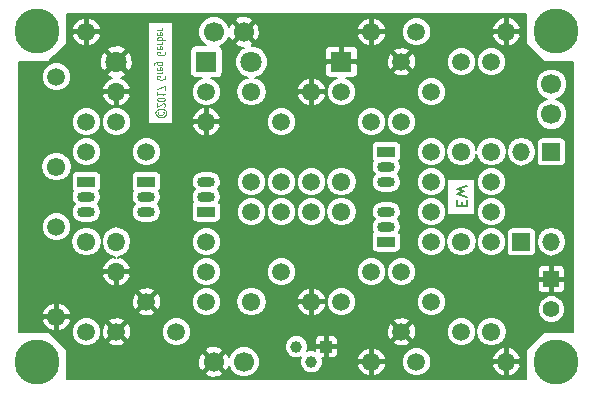
<source format=gbl>
G04 #@! TF.FileFunction,Copper,L2,Bot,Signal*
%FSLAX46Y46*%
G04 Gerber Fmt 4.6, Leading zero omitted, Abs format (unit mm)*
G04 Created by KiCad (PCBNEW 4.0.6) date Wed Dec 13 01:07:51 2017*
%MOMM*%
%LPD*%
G01*
G04 APERTURE LIST*
%ADD10C,0.100000*%
%ADD11C,0.200000*%
%ADD12C,0.125000*%
%ADD13O,1.500000X0.900000*%
%ADD14R,1.500000X0.900000*%
%ADD15R,1.400000X1.400000*%
%ADD16C,1.400000*%
%ADD17C,3.800000*%
%ADD18C,1.000000*%
%ADD19R,1.000000X1.000000*%
%ADD20C,1.500000*%
%ADD21O,1.600000X1.500000*%
%ADD22O,1.500000X1.600000*%
%ADD23R,1.500000X1.500000*%
%ADD24O,1.500000X1.500000*%
%ADD25C,1.700000*%
%ADD26R,1.800000X1.800000*%
%ADD27C,1.800000*%
%ADD28C,0.149900*%
G04 APERTURE END LIST*
D10*
D11*
X153727143Y-108735714D02*
X153727143Y-108402380D01*
X153308095Y-108259523D02*
X153308095Y-108735714D01*
X154108095Y-108735714D01*
X154108095Y-108259523D01*
X154108095Y-107926190D02*
X153308095Y-107688095D01*
X153879524Y-107497618D01*
X153308095Y-107307142D01*
X154108095Y-107069047D01*
D12*
X128416667Y-100747617D02*
X128450000Y-100795237D01*
X128450000Y-100890475D01*
X128416667Y-100938094D01*
X128350000Y-100985713D01*
X128283333Y-101009522D01*
X128150000Y-101009522D01*
X128083333Y-100985713D01*
X128016667Y-100938094D01*
X127983333Y-100890475D01*
X127983333Y-100795237D01*
X128016667Y-100747617D01*
X128683333Y-100842856D02*
X128650000Y-100961903D01*
X128550000Y-101080951D01*
X128383333Y-101152379D01*
X128216667Y-101176189D01*
X128050000Y-101152379D01*
X127883333Y-101080951D01*
X127783333Y-100961903D01*
X127750000Y-100842856D01*
X127783333Y-100723808D01*
X127883333Y-100604760D01*
X128050000Y-100533332D01*
X128216667Y-100509522D01*
X128383333Y-100533332D01*
X128550000Y-100604760D01*
X128650000Y-100723808D01*
X128683333Y-100842856D01*
X128516667Y-100319046D02*
X128550000Y-100295236D01*
X128583333Y-100247617D01*
X128583333Y-100128570D01*
X128550000Y-100080951D01*
X128516667Y-100057141D01*
X128450000Y-100033332D01*
X128383333Y-100033332D01*
X128283333Y-100057141D01*
X127883333Y-100342855D01*
X127883333Y-100033332D01*
X128583333Y-99723808D02*
X128583333Y-99676189D01*
X128550000Y-99628570D01*
X128516667Y-99604761D01*
X128450000Y-99580951D01*
X128316667Y-99557142D01*
X128150000Y-99557142D01*
X128016667Y-99580951D01*
X127950000Y-99604761D01*
X127916667Y-99628570D01*
X127883333Y-99676189D01*
X127883333Y-99723808D01*
X127916667Y-99771427D01*
X127950000Y-99795237D01*
X128016667Y-99819046D01*
X128150000Y-99842856D01*
X128316667Y-99842856D01*
X128450000Y-99819046D01*
X128516667Y-99795237D01*
X128550000Y-99771427D01*
X128583333Y-99723808D01*
X127883333Y-99080952D02*
X127883333Y-99366666D01*
X127883333Y-99223809D02*
X128583333Y-99223809D01*
X128483333Y-99271428D01*
X128416667Y-99319047D01*
X128383333Y-99366666D01*
X128583333Y-98914285D02*
X128583333Y-98580952D01*
X127883333Y-98795238D01*
X128550000Y-97747620D02*
X128583333Y-97795239D01*
X128583333Y-97866667D01*
X128550000Y-97938096D01*
X128483333Y-97985715D01*
X128416667Y-98009524D01*
X128283333Y-98033334D01*
X128183333Y-98033334D01*
X128050000Y-98009524D01*
X127983333Y-97985715D01*
X127916667Y-97938096D01*
X127883333Y-97866667D01*
X127883333Y-97819048D01*
X127916667Y-97747620D01*
X127950000Y-97723810D01*
X128183333Y-97723810D01*
X128183333Y-97819048D01*
X127883333Y-97509524D02*
X128350000Y-97509524D01*
X128216667Y-97509524D02*
X128283333Y-97485715D01*
X128316667Y-97461905D01*
X128350000Y-97414286D01*
X128350000Y-97366667D01*
X127916667Y-97009524D02*
X127883333Y-97057143D01*
X127883333Y-97152381D01*
X127916667Y-97200000D01*
X127983333Y-97223810D01*
X128250000Y-97223810D01*
X128316667Y-97200000D01*
X128350000Y-97152381D01*
X128350000Y-97057143D01*
X128316667Y-97009524D01*
X128250000Y-96985715D01*
X128183333Y-96985715D01*
X128116667Y-97223810D01*
X128350000Y-96557144D02*
X127783333Y-96557144D01*
X127716667Y-96580953D01*
X127683333Y-96604763D01*
X127650000Y-96652382D01*
X127650000Y-96723810D01*
X127683333Y-96771429D01*
X127916667Y-96557144D02*
X127883333Y-96604763D01*
X127883333Y-96700001D01*
X127916667Y-96747620D01*
X127950000Y-96771429D01*
X128016667Y-96795239D01*
X128216667Y-96795239D01*
X128283333Y-96771429D01*
X128316667Y-96747620D01*
X128350000Y-96700001D01*
X128350000Y-96604763D01*
X128316667Y-96557144D01*
X128550000Y-95676192D02*
X128583333Y-95723811D01*
X128583333Y-95795239D01*
X128550000Y-95866668D01*
X128483333Y-95914287D01*
X128416667Y-95938096D01*
X128283333Y-95961906D01*
X128183333Y-95961906D01*
X128050000Y-95938096D01*
X127983333Y-95914287D01*
X127916667Y-95866668D01*
X127883333Y-95795239D01*
X127883333Y-95747620D01*
X127916667Y-95676192D01*
X127950000Y-95652382D01*
X128183333Y-95652382D01*
X128183333Y-95747620D01*
X127916667Y-95247620D02*
X127883333Y-95295239D01*
X127883333Y-95390477D01*
X127916667Y-95438096D01*
X127983333Y-95461906D01*
X128250000Y-95461906D01*
X128316667Y-95438096D01*
X128350000Y-95390477D01*
X128350000Y-95295239D01*
X128316667Y-95247620D01*
X128250000Y-95223811D01*
X128183333Y-95223811D01*
X128116667Y-95461906D01*
X127883333Y-95009525D02*
X128350000Y-95009525D01*
X128216667Y-95009525D02*
X128283333Y-94985716D01*
X128316667Y-94961906D01*
X128350000Y-94914287D01*
X128350000Y-94866668D01*
X127883333Y-94700001D02*
X128583333Y-94700001D01*
X128316667Y-94700001D02*
X128350000Y-94652382D01*
X128350000Y-94557144D01*
X128316667Y-94509525D01*
X128283333Y-94485716D01*
X128216667Y-94461906D01*
X128016667Y-94461906D01*
X127950000Y-94485716D01*
X127916667Y-94509525D01*
X127883333Y-94557144D01*
X127883333Y-94652382D01*
X127916667Y-94700001D01*
X127916667Y-94057144D02*
X127883333Y-94104763D01*
X127883333Y-94200001D01*
X127916667Y-94247620D01*
X127983333Y-94271430D01*
X128250000Y-94271430D01*
X128316667Y-94247620D01*
X128350000Y-94200001D01*
X128350000Y-94104763D01*
X128316667Y-94057144D01*
X128250000Y-94033335D01*
X128183333Y-94033335D01*
X128116667Y-94271430D01*
X127883333Y-93819049D02*
X128350000Y-93819049D01*
X128216667Y-93819049D02*
X128283333Y-93795240D01*
X128316667Y-93771430D01*
X128350000Y-93723811D01*
X128350000Y-93676192D01*
D13*
X147320000Y-110490000D03*
X147320000Y-109220000D03*
D14*
X147320000Y-111760000D03*
D13*
X147320000Y-105410000D03*
X147320000Y-106680000D03*
D14*
X147320000Y-104140000D03*
D13*
X132080000Y-107950000D03*
X132080000Y-106680000D03*
D14*
X132080000Y-109220000D03*
D13*
X127000000Y-107950000D03*
X127000000Y-109220000D03*
D14*
X127000000Y-106680000D03*
D13*
X121920000Y-107950000D03*
X121920000Y-109220000D03*
D14*
X121920000Y-106680000D03*
D15*
X161290000Y-114935000D03*
D16*
X161290000Y-117475000D03*
D17*
X117700000Y-121950000D03*
X117700000Y-93950000D03*
X161700000Y-93950000D03*
X161700000Y-121950000D03*
D18*
X140970000Y-121920000D03*
X139700000Y-120650000D03*
D19*
X142240000Y-120650000D03*
D20*
X156210000Y-111760000D03*
D21*
X156210000Y-119380000D03*
D20*
X119380000Y-97790000D03*
D21*
X119380000Y-105410000D03*
D20*
X119380000Y-110490000D03*
D21*
X119380000Y-118110000D03*
D20*
X121920000Y-119380000D03*
D21*
X121920000Y-111760000D03*
D20*
X121920000Y-101600000D03*
D21*
X121920000Y-93980000D03*
D20*
X132080000Y-111760000D03*
D22*
X124460000Y-111760000D03*
D20*
X124460000Y-101600000D03*
D22*
X132080000Y-101600000D03*
D20*
X135890000Y-106680000D03*
D21*
X135890000Y-99060000D03*
D20*
X132080000Y-99060000D03*
D22*
X124460000Y-99060000D03*
D20*
X135890000Y-109220000D03*
D21*
X135890000Y-116840000D03*
D20*
X132080000Y-114300000D03*
D22*
X124460000Y-114300000D03*
D20*
X140970000Y-106680000D03*
D21*
X140970000Y-99060000D03*
D20*
X143510000Y-99060000D03*
D21*
X143510000Y-106680000D03*
D20*
X146050000Y-101600000D03*
D21*
X146050000Y-93980000D03*
D20*
X149860000Y-93980000D03*
D22*
X157480000Y-93980000D03*
D20*
X153670000Y-96520000D03*
D21*
X153670000Y-104140000D03*
D20*
X153670000Y-119380000D03*
D21*
X153670000Y-111760000D03*
D20*
X146050000Y-114300000D03*
D21*
X146050000Y-121920000D03*
D20*
X149860000Y-121920000D03*
D22*
X157480000Y-121920000D03*
D20*
X143510000Y-116840000D03*
D21*
X143510000Y-109220000D03*
D20*
X140970000Y-109220000D03*
D21*
X140970000Y-116840000D03*
D20*
X156210000Y-96520000D03*
D21*
X156210000Y-104140000D03*
D20*
X129540000Y-119380000D03*
X124460000Y-119380000D03*
X121920000Y-104140000D03*
X127000000Y-104140000D03*
X138430000Y-101600000D03*
X138430000Y-106680000D03*
X151130000Y-104140000D03*
X151130000Y-99060000D03*
X156210000Y-106680000D03*
X151130000Y-106680000D03*
X151130000Y-111760000D03*
X151130000Y-116840000D03*
X156210000Y-109220000D03*
X151130000Y-109220000D03*
X138430000Y-109220000D03*
X138430000Y-114300000D03*
X132080000Y-116840000D03*
X127000000Y-116840000D03*
D23*
X161290000Y-104140000D03*
D24*
X161290000Y-111760000D03*
D23*
X158750000Y-111760000D03*
D24*
X158750000Y-104140000D03*
D20*
X148590000Y-101600000D03*
X148590000Y-96520000D03*
X148590000Y-114300000D03*
X148590000Y-119380000D03*
D25*
X135255000Y-93980000D03*
X132715000Y-93980000D03*
X161290000Y-100965000D03*
X161290000Y-98425000D03*
X132715000Y-121920000D03*
X135255000Y-121920000D03*
D26*
X143510000Y-96520000D03*
D27*
X135890000Y-96520000D03*
D26*
X132080000Y-96520000D03*
D27*
X124460000Y-96520000D03*
D28*
G36*
X159125050Y-94950000D02*
X159130559Y-94978203D01*
X159147002Y-95002998D01*
X160647002Y-96502998D01*
X160670840Y-96519045D01*
X160700000Y-96524950D01*
X163150050Y-96524950D01*
X163150050Y-119375050D01*
X160700000Y-119375050D01*
X160671797Y-119380559D01*
X160647002Y-119397002D01*
X159147002Y-120897002D01*
X159130955Y-120920840D01*
X159125050Y-120950000D01*
X159125050Y-123400050D01*
X120274950Y-123400050D01*
X120274950Y-122875201D01*
X131936647Y-122875201D01*
X132025534Y-123081717D01*
X132522586Y-123257133D01*
X133048932Y-123228984D01*
X133404466Y-123081717D01*
X133493353Y-122875201D01*
X132715000Y-122096847D01*
X131936647Y-122875201D01*
X120274950Y-122875201D01*
X120274950Y-121727586D01*
X131377867Y-121727586D01*
X131406016Y-122253932D01*
X131553283Y-122609466D01*
X131759799Y-122698353D01*
X132538153Y-121920000D01*
X132891847Y-121920000D01*
X133670201Y-122698353D01*
X133876717Y-122609466D01*
X133982469Y-122309811D01*
X134131107Y-122669543D01*
X134503496Y-123042583D01*
X134990295Y-123244719D01*
X135517393Y-123245179D01*
X136004543Y-123043893D01*
X136377583Y-122671504D01*
X136579719Y-122184705D01*
X136580179Y-121657607D01*
X136378893Y-121170457D01*
X136052087Y-120843079D01*
X138724882Y-120843079D01*
X138872996Y-121201543D01*
X139147014Y-121476040D01*
X139505220Y-121624780D01*
X139893079Y-121625118D01*
X140066548Y-121553442D01*
X139995220Y-121725220D01*
X139994882Y-122113079D01*
X140142996Y-122471543D01*
X140417014Y-122746040D01*
X140775220Y-122894780D01*
X141163079Y-122895118D01*
X141521543Y-122747004D01*
X141796040Y-122472986D01*
X141895219Y-122234134D01*
X144816015Y-122234134D01*
X144967980Y-122577040D01*
X145297976Y-122921963D01*
X145734849Y-123114346D01*
X145924950Y-123022383D01*
X145924950Y-122045050D01*
X146175050Y-122045050D01*
X146175050Y-123022383D01*
X146365151Y-123114346D01*
X146802024Y-122921963D01*
X147132020Y-122577040D01*
X147283985Y-122234134D01*
X147251875Y-122162589D01*
X148634838Y-122162589D01*
X148820933Y-122612972D01*
X149165216Y-122957856D01*
X149615273Y-123144737D01*
X150102589Y-123145162D01*
X150552972Y-122959067D01*
X150897856Y-122614784D01*
X151055494Y-122235151D01*
X156285654Y-122235151D01*
X156478037Y-122672024D01*
X156822960Y-123002020D01*
X157165866Y-123153985D01*
X157354950Y-123069122D01*
X157354950Y-122045050D01*
X157605050Y-122045050D01*
X157605050Y-123069122D01*
X157794134Y-123153985D01*
X158137040Y-123002020D01*
X158481963Y-122672024D01*
X158674346Y-122235151D01*
X158582383Y-122045050D01*
X157605050Y-122045050D01*
X157354950Y-122045050D01*
X156377617Y-122045050D01*
X156285654Y-122235151D01*
X151055494Y-122235151D01*
X151084737Y-122164727D01*
X151085162Y-121677411D01*
X151055180Y-121604849D01*
X156285654Y-121604849D01*
X156377617Y-121794950D01*
X157354950Y-121794950D01*
X157354950Y-120770878D01*
X157605050Y-120770878D01*
X157605050Y-121794950D01*
X158582383Y-121794950D01*
X158674346Y-121604849D01*
X158481963Y-121167976D01*
X158137040Y-120837980D01*
X157794134Y-120686015D01*
X157605050Y-120770878D01*
X157354950Y-120770878D01*
X157165866Y-120686015D01*
X156822960Y-120837980D01*
X156478037Y-121167976D01*
X156285654Y-121604849D01*
X151055180Y-121604849D01*
X150899067Y-121227028D01*
X150554784Y-120882144D01*
X150104727Y-120695263D01*
X149617411Y-120694838D01*
X149167028Y-120880933D01*
X148822144Y-121225216D01*
X148635263Y-121675273D01*
X148634838Y-122162589D01*
X147251875Y-122162589D01*
X147199122Y-122045050D01*
X146175050Y-122045050D01*
X145924950Y-122045050D01*
X144900878Y-122045050D01*
X144816015Y-122234134D01*
X141895219Y-122234134D01*
X141944780Y-122114780D01*
X141945118Y-121726921D01*
X141902985Y-121624950D01*
X141996213Y-121624950D01*
X142114950Y-121506213D01*
X142114950Y-120775050D01*
X142365050Y-120775050D01*
X142365050Y-121506213D01*
X142483787Y-121624950D01*
X142834474Y-121624950D01*
X142880546Y-121605866D01*
X144816015Y-121605866D01*
X144900878Y-121794950D01*
X145924950Y-121794950D01*
X145924950Y-120817617D01*
X146175050Y-120817617D01*
X146175050Y-121794950D01*
X147199122Y-121794950D01*
X147283985Y-121605866D01*
X147132020Y-121262960D01*
X146802024Y-120918037D01*
X146365151Y-120725654D01*
X146175050Y-120817617D01*
X145924950Y-120817617D01*
X145734849Y-120725654D01*
X145297976Y-120918037D01*
X144967980Y-121262960D01*
X144816015Y-121605866D01*
X142880546Y-121605866D01*
X143009038Y-121552643D01*
X143142643Y-121419037D01*
X143214950Y-121244473D01*
X143214950Y-120893787D01*
X143096213Y-120775050D01*
X142365050Y-120775050D01*
X142114950Y-120775050D01*
X141383787Y-120775050D01*
X141265050Y-120893787D01*
X141265050Y-120986856D01*
X141164780Y-120945220D01*
X140776921Y-120944882D01*
X140603452Y-121016558D01*
X140674780Y-120844780D01*
X140675118Y-120456921D01*
X140527004Y-120098457D01*
X140484149Y-120055527D01*
X141265050Y-120055527D01*
X141265050Y-120406213D01*
X141383787Y-120524950D01*
X142114950Y-120524950D01*
X142114950Y-119793787D01*
X142365050Y-119793787D01*
X142365050Y-120524950D01*
X143096213Y-120524950D01*
X143214950Y-120406213D01*
X143214950Y-120262697D01*
X147884150Y-120262697D01*
X147960743Y-120458846D01*
X148421499Y-120617529D01*
X148907907Y-120587811D01*
X149219257Y-120458846D01*
X149295850Y-120262697D01*
X148590000Y-119556847D01*
X147884150Y-120262697D01*
X143214950Y-120262697D01*
X143214950Y-120055527D01*
X143142643Y-119880963D01*
X143009038Y-119747357D01*
X142834474Y-119675050D01*
X142483787Y-119675050D01*
X142365050Y-119793787D01*
X142114950Y-119793787D01*
X141996213Y-119675050D01*
X141645526Y-119675050D01*
X141470962Y-119747357D01*
X141337357Y-119880963D01*
X141265050Y-120055527D01*
X140484149Y-120055527D01*
X140252986Y-119823960D01*
X139894780Y-119675220D01*
X139506921Y-119674882D01*
X139148457Y-119822996D01*
X138873960Y-120097014D01*
X138725220Y-120455220D01*
X138724882Y-120843079D01*
X136052087Y-120843079D01*
X136006504Y-120797417D01*
X135519705Y-120595281D01*
X134992607Y-120594821D01*
X134505457Y-120796107D01*
X134132417Y-121168496D01*
X133991545Y-121507754D01*
X133876717Y-121230534D01*
X133670201Y-121141647D01*
X132891847Y-121920000D01*
X132538153Y-121920000D01*
X131759799Y-121141647D01*
X131553283Y-121230534D01*
X131377867Y-121727586D01*
X120274950Y-121727586D01*
X120274950Y-120964799D01*
X131936647Y-120964799D01*
X132715000Y-121743153D01*
X133493353Y-120964799D01*
X133404466Y-120758283D01*
X132907414Y-120582867D01*
X132381068Y-120611016D01*
X132025534Y-120758283D01*
X131936647Y-120964799D01*
X120274950Y-120964799D01*
X120274950Y-120950000D01*
X120269441Y-120921797D01*
X120252998Y-120897002D01*
X118978585Y-119622589D01*
X120694838Y-119622589D01*
X120880933Y-120072972D01*
X121225216Y-120417856D01*
X121675273Y-120604737D01*
X122162589Y-120605162D01*
X122612972Y-120419067D01*
X122769614Y-120262697D01*
X123754150Y-120262697D01*
X123830743Y-120458846D01*
X124291499Y-120617529D01*
X124777907Y-120587811D01*
X125089257Y-120458846D01*
X125165850Y-120262697D01*
X124460000Y-119556847D01*
X123754150Y-120262697D01*
X122769614Y-120262697D01*
X122957856Y-120074784D01*
X123144737Y-119624727D01*
X123145097Y-119211499D01*
X123222471Y-119211499D01*
X123252189Y-119697907D01*
X123381154Y-120009257D01*
X123577303Y-120085850D01*
X124283153Y-119380000D01*
X124636847Y-119380000D01*
X125342697Y-120085850D01*
X125538846Y-120009257D01*
X125672013Y-119622589D01*
X128314838Y-119622589D01*
X128500933Y-120072972D01*
X128845216Y-120417856D01*
X129295273Y-120604737D01*
X129782589Y-120605162D01*
X130232972Y-120419067D01*
X130577856Y-120074784D01*
X130764737Y-119624727D01*
X130765097Y-119211499D01*
X147352471Y-119211499D01*
X147382189Y-119697907D01*
X147511154Y-120009257D01*
X147707303Y-120085850D01*
X148413153Y-119380000D01*
X148766847Y-119380000D01*
X149472697Y-120085850D01*
X149668846Y-120009257D01*
X149802013Y-119622589D01*
X152444838Y-119622589D01*
X152630933Y-120072972D01*
X152975216Y-120417856D01*
X153425273Y-120604737D01*
X153912589Y-120605162D01*
X154362972Y-120419067D01*
X154707856Y-120074784D01*
X154894737Y-119624727D01*
X154894950Y-119380000D01*
X154910072Y-119380000D01*
X155003316Y-119848768D01*
X155268852Y-120246170D01*
X155666254Y-120511706D01*
X156135022Y-120604950D01*
X156284978Y-120604950D01*
X156753746Y-120511706D01*
X157151148Y-120246170D01*
X157416684Y-119848768D01*
X157509928Y-119380000D01*
X157416684Y-118911232D01*
X157151148Y-118513830D01*
X156753746Y-118248294D01*
X156284978Y-118155050D01*
X156135022Y-118155050D01*
X155666254Y-118248294D01*
X155268852Y-118513830D01*
X155003316Y-118911232D01*
X154910072Y-119380000D01*
X154894950Y-119380000D01*
X154895162Y-119137411D01*
X154709067Y-118687028D01*
X154364784Y-118342144D01*
X153914727Y-118155263D01*
X153427411Y-118154838D01*
X152977028Y-118340933D01*
X152632144Y-118685216D01*
X152445263Y-119135273D01*
X152444838Y-119622589D01*
X149802013Y-119622589D01*
X149827529Y-119548501D01*
X149797811Y-119062093D01*
X149668846Y-118750743D01*
X149472697Y-118674150D01*
X148766847Y-119380000D01*
X148413153Y-119380000D01*
X147707303Y-118674150D01*
X147511154Y-118750743D01*
X147352471Y-119211499D01*
X130765097Y-119211499D01*
X130765162Y-119137411D01*
X130579067Y-118687028D01*
X130389673Y-118497303D01*
X147884150Y-118497303D01*
X148590000Y-119203153D01*
X149295850Y-118497303D01*
X149219257Y-118301154D01*
X148758501Y-118142471D01*
X148272093Y-118172189D01*
X147960743Y-118301154D01*
X147884150Y-118497303D01*
X130389673Y-118497303D01*
X130234784Y-118342144D01*
X129784727Y-118155263D01*
X129297411Y-118154838D01*
X128847028Y-118340933D01*
X128502144Y-118685216D01*
X128315263Y-119135273D01*
X128314838Y-119622589D01*
X125672013Y-119622589D01*
X125697529Y-119548501D01*
X125667811Y-119062093D01*
X125538846Y-118750743D01*
X125342697Y-118674150D01*
X124636847Y-119380000D01*
X124283153Y-119380000D01*
X123577303Y-118674150D01*
X123381154Y-118750743D01*
X123222471Y-119211499D01*
X123145097Y-119211499D01*
X123145162Y-119137411D01*
X122959067Y-118687028D01*
X122769673Y-118497303D01*
X123754150Y-118497303D01*
X124460000Y-119203153D01*
X125165850Y-118497303D01*
X125089257Y-118301154D01*
X124628501Y-118142471D01*
X124142093Y-118172189D01*
X123830743Y-118301154D01*
X123754150Y-118497303D01*
X122769673Y-118497303D01*
X122614784Y-118342144D01*
X122164727Y-118155263D01*
X121677411Y-118154838D01*
X121227028Y-118340933D01*
X120882144Y-118685216D01*
X120695263Y-119135273D01*
X120694838Y-119622589D01*
X118978585Y-119622589D01*
X118752998Y-119397002D01*
X118729160Y-119380955D01*
X118700000Y-119375050D01*
X116249950Y-119375050D01*
X116249950Y-118424134D01*
X118146015Y-118424134D01*
X118297980Y-118767040D01*
X118627976Y-119111963D01*
X119064849Y-119304346D01*
X119254950Y-119212383D01*
X119254950Y-118235050D01*
X119505050Y-118235050D01*
X119505050Y-119212383D01*
X119695151Y-119304346D01*
X120132024Y-119111963D01*
X120462020Y-118767040D01*
X120613985Y-118424134D01*
X120529122Y-118235050D01*
X119505050Y-118235050D01*
X119254950Y-118235050D01*
X118230878Y-118235050D01*
X118146015Y-118424134D01*
X116249950Y-118424134D01*
X116249950Y-117795866D01*
X118146015Y-117795866D01*
X118230878Y-117984950D01*
X119254950Y-117984950D01*
X119254950Y-117007617D01*
X119505050Y-117007617D01*
X119505050Y-117984950D01*
X120529122Y-117984950D01*
X120613985Y-117795866D01*
X120581559Y-117722697D01*
X126294150Y-117722697D01*
X126370743Y-117918846D01*
X126831499Y-118077529D01*
X127317907Y-118047811D01*
X127629257Y-117918846D01*
X127705850Y-117722697D01*
X127000000Y-117016847D01*
X126294150Y-117722697D01*
X120581559Y-117722697D01*
X120462020Y-117452960D01*
X120132024Y-117108037D01*
X119695151Y-116915654D01*
X119505050Y-117007617D01*
X119254950Y-117007617D01*
X119064849Y-116915654D01*
X118627976Y-117108037D01*
X118297980Y-117452960D01*
X118146015Y-117795866D01*
X116249950Y-117795866D01*
X116249950Y-116671499D01*
X125762471Y-116671499D01*
X125792189Y-117157907D01*
X125921154Y-117469257D01*
X126117303Y-117545850D01*
X126823153Y-116840000D01*
X127176847Y-116840000D01*
X127882697Y-117545850D01*
X128078846Y-117469257D01*
X128212013Y-117082589D01*
X130854838Y-117082589D01*
X131040933Y-117532972D01*
X131385216Y-117877856D01*
X131835273Y-118064737D01*
X132322589Y-118065162D01*
X132772972Y-117879067D01*
X133117856Y-117534784D01*
X133304737Y-117084727D01*
X133304950Y-116840000D01*
X134590072Y-116840000D01*
X134683316Y-117308768D01*
X134948852Y-117706170D01*
X135346254Y-117971706D01*
X135815022Y-118064950D01*
X135964978Y-118064950D01*
X136433746Y-117971706D01*
X136831148Y-117706170D01*
X137096684Y-117308768D01*
X137127442Y-117154134D01*
X139736015Y-117154134D01*
X139887980Y-117497040D01*
X140217976Y-117841963D01*
X140654849Y-118034346D01*
X140844950Y-117942383D01*
X140844950Y-116965050D01*
X141095050Y-116965050D01*
X141095050Y-117942383D01*
X141285151Y-118034346D01*
X141722024Y-117841963D01*
X142052020Y-117497040D01*
X142203985Y-117154134D01*
X142171875Y-117082589D01*
X142284838Y-117082589D01*
X142470933Y-117532972D01*
X142815216Y-117877856D01*
X143265273Y-118064737D01*
X143752589Y-118065162D01*
X144202972Y-117879067D01*
X144547856Y-117534784D01*
X144734737Y-117084727D01*
X144734738Y-117082589D01*
X149904838Y-117082589D01*
X150090933Y-117532972D01*
X150435216Y-117877856D01*
X150885273Y-118064737D01*
X151372589Y-118065162D01*
X151822972Y-117879067D01*
X151994651Y-117707687D01*
X160114846Y-117707687D01*
X160293345Y-118139686D01*
X160623575Y-118470494D01*
X161055263Y-118649746D01*
X161522687Y-118650154D01*
X161954686Y-118471655D01*
X162285494Y-118141425D01*
X162464746Y-117709737D01*
X162465154Y-117242313D01*
X162286655Y-116810314D01*
X161956425Y-116479506D01*
X161524737Y-116300254D01*
X161057313Y-116299846D01*
X160625314Y-116478345D01*
X160294506Y-116808575D01*
X160115254Y-117240263D01*
X160114846Y-117707687D01*
X151994651Y-117707687D01*
X152167856Y-117534784D01*
X152354737Y-117084727D01*
X152355162Y-116597411D01*
X152169067Y-116147028D01*
X151824784Y-115802144D01*
X151374727Y-115615263D01*
X150887411Y-115614838D01*
X150437028Y-115800933D01*
X150092144Y-116145216D01*
X149905263Y-116595273D01*
X149904838Y-117082589D01*
X144734738Y-117082589D01*
X144735162Y-116597411D01*
X144549067Y-116147028D01*
X144204784Y-115802144D01*
X143754727Y-115615263D01*
X143267411Y-115614838D01*
X142817028Y-115800933D01*
X142472144Y-116145216D01*
X142285263Y-116595273D01*
X142284838Y-117082589D01*
X142171875Y-117082589D01*
X142119122Y-116965050D01*
X141095050Y-116965050D01*
X140844950Y-116965050D01*
X139820878Y-116965050D01*
X139736015Y-117154134D01*
X137127442Y-117154134D01*
X137189928Y-116840000D01*
X137127443Y-116525866D01*
X139736015Y-116525866D01*
X139820878Y-116714950D01*
X140844950Y-116714950D01*
X140844950Y-115737617D01*
X141095050Y-115737617D01*
X141095050Y-116714950D01*
X142119122Y-116714950D01*
X142203985Y-116525866D01*
X142052020Y-116182960D01*
X141722024Y-115838037D01*
X141285151Y-115645654D01*
X141095050Y-115737617D01*
X140844950Y-115737617D01*
X140654849Y-115645654D01*
X140217976Y-115838037D01*
X139887980Y-116182960D01*
X139736015Y-116525866D01*
X137127443Y-116525866D01*
X137096684Y-116371232D01*
X136831148Y-115973830D01*
X136433746Y-115708294D01*
X135964978Y-115615050D01*
X135815022Y-115615050D01*
X135346254Y-115708294D01*
X134948852Y-115973830D01*
X134683316Y-116371232D01*
X134590072Y-116840000D01*
X133304950Y-116840000D01*
X133305162Y-116597411D01*
X133119067Y-116147028D01*
X132774784Y-115802144D01*
X132324727Y-115615263D01*
X131837411Y-115614838D01*
X131387028Y-115800933D01*
X131042144Y-116145216D01*
X130855263Y-116595273D01*
X130854838Y-117082589D01*
X128212013Y-117082589D01*
X128237529Y-117008501D01*
X128207811Y-116522093D01*
X128078846Y-116210743D01*
X127882697Y-116134150D01*
X127176847Y-116840000D01*
X126823153Y-116840000D01*
X126117303Y-116134150D01*
X125921154Y-116210743D01*
X125762471Y-116671499D01*
X116249950Y-116671499D01*
X116249950Y-115957303D01*
X126294150Y-115957303D01*
X127000000Y-116663153D01*
X127705850Y-115957303D01*
X127629257Y-115761154D01*
X127168501Y-115602471D01*
X126682093Y-115632189D01*
X126370743Y-115761154D01*
X126294150Y-115957303D01*
X116249950Y-115957303D01*
X116249950Y-114615151D01*
X123265654Y-114615151D01*
X123458037Y-115052024D01*
X123802960Y-115382020D01*
X124145866Y-115533985D01*
X124334950Y-115449122D01*
X124334950Y-114425050D01*
X124585050Y-114425050D01*
X124585050Y-115449122D01*
X124774134Y-115533985D01*
X125117040Y-115382020D01*
X125461963Y-115052024D01*
X125654346Y-114615151D01*
X125619244Y-114542589D01*
X130854838Y-114542589D01*
X131040933Y-114992972D01*
X131385216Y-115337856D01*
X131835273Y-115524737D01*
X132322589Y-115525162D01*
X132772972Y-115339067D01*
X133117856Y-114994784D01*
X133304737Y-114544727D01*
X133304738Y-114542589D01*
X137204838Y-114542589D01*
X137390933Y-114992972D01*
X137735216Y-115337856D01*
X138185273Y-115524737D01*
X138672589Y-115525162D01*
X139122972Y-115339067D01*
X139467856Y-114994784D01*
X139654737Y-114544727D01*
X139654738Y-114542589D01*
X144824838Y-114542589D01*
X145010933Y-114992972D01*
X145355216Y-115337856D01*
X145805273Y-115524737D01*
X146292589Y-115525162D01*
X146742972Y-115339067D01*
X147087856Y-114994784D01*
X147274737Y-114544727D01*
X147274738Y-114542589D01*
X147364838Y-114542589D01*
X147550933Y-114992972D01*
X147895216Y-115337856D01*
X148345273Y-115524737D01*
X148832589Y-115525162D01*
X149282972Y-115339067D01*
X149443531Y-115178787D01*
X160115050Y-115178787D01*
X160115050Y-115729474D01*
X160187357Y-115904038D01*
X160320963Y-116037643D01*
X160495527Y-116109950D01*
X161046213Y-116109950D01*
X161164950Y-115991213D01*
X161164950Y-115060050D01*
X161415050Y-115060050D01*
X161415050Y-115991213D01*
X161533787Y-116109950D01*
X162084473Y-116109950D01*
X162259037Y-116037643D01*
X162392643Y-115904038D01*
X162464950Y-115729474D01*
X162464950Y-115178787D01*
X162346213Y-115060050D01*
X161415050Y-115060050D01*
X161164950Y-115060050D01*
X160233787Y-115060050D01*
X160115050Y-115178787D01*
X149443531Y-115178787D01*
X149627856Y-114994784D01*
X149814737Y-114544727D01*
X149815089Y-114140526D01*
X160115050Y-114140526D01*
X160115050Y-114691213D01*
X160233787Y-114809950D01*
X161164950Y-114809950D01*
X161164950Y-113878787D01*
X161415050Y-113878787D01*
X161415050Y-114809950D01*
X162346213Y-114809950D01*
X162464950Y-114691213D01*
X162464950Y-114140526D01*
X162392643Y-113965962D01*
X162259037Y-113832357D01*
X162084473Y-113760050D01*
X161533787Y-113760050D01*
X161415050Y-113878787D01*
X161164950Y-113878787D01*
X161046213Y-113760050D01*
X160495527Y-113760050D01*
X160320963Y-113832357D01*
X160187357Y-113965962D01*
X160115050Y-114140526D01*
X149815089Y-114140526D01*
X149815162Y-114057411D01*
X149629067Y-113607028D01*
X149284784Y-113262144D01*
X148834727Y-113075263D01*
X148347411Y-113074838D01*
X147897028Y-113260933D01*
X147552144Y-113605216D01*
X147365263Y-114055273D01*
X147364838Y-114542589D01*
X147274738Y-114542589D01*
X147275162Y-114057411D01*
X147089067Y-113607028D01*
X146744784Y-113262144D01*
X146294727Y-113075263D01*
X145807411Y-113074838D01*
X145357028Y-113260933D01*
X145012144Y-113605216D01*
X144825263Y-114055273D01*
X144824838Y-114542589D01*
X139654738Y-114542589D01*
X139655162Y-114057411D01*
X139469067Y-113607028D01*
X139124784Y-113262144D01*
X138674727Y-113075263D01*
X138187411Y-113074838D01*
X137737028Y-113260933D01*
X137392144Y-113605216D01*
X137205263Y-114055273D01*
X137204838Y-114542589D01*
X133304738Y-114542589D01*
X133305162Y-114057411D01*
X133119067Y-113607028D01*
X132774784Y-113262144D01*
X132324727Y-113075263D01*
X131837411Y-113074838D01*
X131387028Y-113260933D01*
X131042144Y-113605216D01*
X130855263Y-114055273D01*
X130854838Y-114542589D01*
X125619244Y-114542589D01*
X125562383Y-114425050D01*
X124585050Y-114425050D01*
X124334950Y-114425050D01*
X123357617Y-114425050D01*
X123265654Y-114615151D01*
X116249950Y-114615151D01*
X116249950Y-111760000D01*
X120620072Y-111760000D01*
X120713316Y-112228768D01*
X120978852Y-112626170D01*
X121376254Y-112891706D01*
X121845022Y-112984950D01*
X121994978Y-112984950D01*
X122463746Y-112891706D01*
X122861148Y-112626170D01*
X123126684Y-112228768D01*
X123219928Y-111760000D01*
X123205014Y-111685022D01*
X123235050Y-111685022D01*
X123235050Y-111834978D01*
X123328294Y-112303746D01*
X123593830Y-112701148D01*
X123991232Y-112966684D01*
X124334948Y-113035054D01*
X124334948Y-113150877D01*
X124145866Y-113066015D01*
X123802960Y-113217980D01*
X123458037Y-113547976D01*
X123265654Y-113984849D01*
X123357617Y-114174950D01*
X124334950Y-114174950D01*
X124334950Y-114154950D01*
X124585050Y-114154950D01*
X124585050Y-114174950D01*
X125562383Y-114174950D01*
X125654346Y-113984849D01*
X125461963Y-113547976D01*
X125117040Y-113217980D01*
X124774134Y-113066015D01*
X124585052Y-113150877D01*
X124585052Y-113035054D01*
X124928768Y-112966684D01*
X125326170Y-112701148D01*
X125591706Y-112303746D01*
X125651610Y-112002589D01*
X130854838Y-112002589D01*
X131040933Y-112452972D01*
X131385216Y-112797856D01*
X131835273Y-112984737D01*
X132322589Y-112985162D01*
X132772972Y-112799067D01*
X133117856Y-112454784D01*
X133304737Y-112004727D01*
X133305162Y-111517411D01*
X133119067Y-111067028D01*
X132774784Y-110722144D01*
X132324727Y-110535263D01*
X131837411Y-110534838D01*
X131387028Y-110720933D01*
X131042144Y-111065216D01*
X130855263Y-111515273D01*
X130854838Y-112002589D01*
X125651610Y-112002589D01*
X125684950Y-111834978D01*
X125684950Y-111685022D01*
X125591706Y-111216254D01*
X125326170Y-110818852D01*
X124928768Y-110553316D01*
X124460000Y-110460072D01*
X123991232Y-110553316D01*
X123593830Y-110818852D01*
X123328294Y-111216254D01*
X123235050Y-111685022D01*
X123205014Y-111685022D01*
X123126684Y-111291232D01*
X122861148Y-110893830D01*
X122463746Y-110628294D01*
X121994978Y-110535050D01*
X121845022Y-110535050D01*
X121376254Y-110628294D01*
X120978852Y-110893830D01*
X120713316Y-111291232D01*
X120620072Y-111760000D01*
X116249950Y-111760000D01*
X116249950Y-110732589D01*
X118154838Y-110732589D01*
X118340933Y-111182972D01*
X118685216Y-111527856D01*
X119135273Y-111714737D01*
X119622589Y-111715162D01*
X120072972Y-111529067D01*
X120417856Y-111184784D01*
X120604737Y-110734727D01*
X120605162Y-110247411D01*
X120419067Y-109797028D01*
X120074784Y-109452144D01*
X119624727Y-109265263D01*
X119137411Y-109264838D01*
X118687028Y-109450933D01*
X118342144Y-109795216D01*
X118155263Y-110245273D01*
X118154838Y-110732589D01*
X116249950Y-110732589D01*
X116249950Y-107950000D01*
X120671052Y-107950000D01*
X120741460Y-108303963D01*
X120929243Y-108585000D01*
X120741460Y-108866037D01*
X120671052Y-109220000D01*
X120741460Y-109573963D01*
X120941964Y-109874038D01*
X121242039Y-110074542D01*
X121596002Y-110144950D01*
X122243998Y-110144950D01*
X122597961Y-110074542D01*
X122898036Y-109874038D01*
X123098540Y-109573963D01*
X123168948Y-109220000D01*
X123098540Y-108866037D01*
X122910757Y-108585000D01*
X123098540Y-108303963D01*
X123168948Y-107950000D01*
X125751052Y-107950000D01*
X125821460Y-108303963D01*
X126009243Y-108585000D01*
X125821460Y-108866037D01*
X125751052Y-109220000D01*
X125821460Y-109573963D01*
X126021964Y-109874038D01*
X126322039Y-110074542D01*
X126676002Y-110144950D01*
X127323998Y-110144950D01*
X127677961Y-110074542D01*
X127978036Y-109874038D01*
X128178540Y-109573963D01*
X128248948Y-109220000D01*
X128178540Y-108866037D01*
X127990757Y-108585000D01*
X128178540Y-108303963D01*
X128248948Y-107950000D01*
X128178540Y-107596037D01*
X128093432Y-107468664D01*
X128196102Y-107318402D01*
X128234254Y-107130000D01*
X128234254Y-106680000D01*
X130831052Y-106680000D01*
X130901460Y-107033963D01*
X131089243Y-107315000D01*
X130901460Y-107596037D01*
X130831052Y-107950000D01*
X130901460Y-108303963D01*
X130986568Y-108431336D01*
X130883898Y-108581598D01*
X130845746Y-108770000D01*
X130845746Y-109670000D01*
X130878864Y-109846006D01*
X130982883Y-110007656D01*
X131141598Y-110116102D01*
X131330000Y-110154254D01*
X132830000Y-110154254D01*
X133006006Y-110121136D01*
X133167656Y-110017117D01*
X133276102Y-109858402D01*
X133314254Y-109670000D01*
X133314254Y-109462589D01*
X134664838Y-109462589D01*
X134850933Y-109912972D01*
X135195216Y-110257856D01*
X135645273Y-110444737D01*
X136132589Y-110445162D01*
X136582972Y-110259067D01*
X136927856Y-109914784D01*
X137114737Y-109464727D01*
X137114738Y-109462589D01*
X137204838Y-109462589D01*
X137390933Y-109912972D01*
X137735216Y-110257856D01*
X138185273Y-110444737D01*
X138672589Y-110445162D01*
X139122972Y-110259067D01*
X139467856Y-109914784D01*
X139654737Y-109464727D01*
X139654738Y-109462589D01*
X139744838Y-109462589D01*
X139930933Y-109912972D01*
X140275216Y-110257856D01*
X140725273Y-110444737D01*
X141212589Y-110445162D01*
X141662972Y-110259067D01*
X142007856Y-109914784D01*
X142194737Y-109464727D01*
X142194950Y-109220000D01*
X142210072Y-109220000D01*
X142303316Y-109688768D01*
X142568852Y-110086170D01*
X142966254Y-110351706D01*
X143435022Y-110444950D01*
X143584978Y-110444950D01*
X144053746Y-110351706D01*
X144451148Y-110086170D01*
X144716684Y-109688768D01*
X144809928Y-109220000D01*
X146071052Y-109220000D01*
X146141460Y-109573963D01*
X146329243Y-109855000D01*
X146141460Y-110136037D01*
X146071052Y-110490000D01*
X146141460Y-110843963D01*
X146226568Y-110971336D01*
X146123898Y-111121598D01*
X146085746Y-111310000D01*
X146085746Y-112210000D01*
X146118864Y-112386006D01*
X146222883Y-112547656D01*
X146381598Y-112656102D01*
X146570000Y-112694254D01*
X148070000Y-112694254D01*
X148246006Y-112661136D01*
X148407656Y-112557117D01*
X148516102Y-112398402D01*
X148554254Y-112210000D01*
X148554254Y-112002589D01*
X149904838Y-112002589D01*
X150090933Y-112452972D01*
X150435216Y-112797856D01*
X150885273Y-112984737D01*
X151372589Y-112985162D01*
X151822972Y-112799067D01*
X152167856Y-112454784D01*
X152354737Y-112004727D01*
X152354950Y-111760000D01*
X152370072Y-111760000D01*
X152463316Y-112228768D01*
X152728852Y-112626170D01*
X153126254Y-112891706D01*
X153595022Y-112984950D01*
X153744978Y-112984950D01*
X154213746Y-112891706D01*
X154611148Y-112626170D01*
X154876684Y-112228768D01*
X154921673Y-112002589D01*
X154984838Y-112002589D01*
X155170933Y-112452972D01*
X155515216Y-112797856D01*
X155965273Y-112984737D01*
X156452589Y-112985162D01*
X156902972Y-112799067D01*
X157247856Y-112454784D01*
X157434737Y-112004727D01*
X157435162Y-111517411D01*
X157249067Y-111067028D01*
X157192139Y-111010000D01*
X157515746Y-111010000D01*
X157515746Y-112510000D01*
X157548864Y-112686006D01*
X157652883Y-112847656D01*
X157811598Y-112956102D01*
X158000000Y-112994254D01*
X159500000Y-112994254D01*
X159676006Y-112961136D01*
X159837656Y-112857117D01*
X159946102Y-112698402D01*
X159984254Y-112510000D01*
X159984254Y-111736002D01*
X160065050Y-111736002D01*
X160065050Y-111783998D01*
X160158294Y-112252766D01*
X160423830Y-112650168D01*
X160821232Y-112915704D01*
X161290000Y-113008948D01*
X161758768Y-112915704D01*
X162156170Y-112650168D01*
X162421706Y-112252766D01*
X162514950Y-111783998D01*
X162514950Y-111736002D01*
X162421706Y-111267234D01*
X162156170Y-110869832D01*
X161758768Y-110604296D01*
X161290000Y-110511052D01*
X160821232Y-110604296D01*
X160423830Y-110869832D01*
X160158294Y-111267234D01*
X160065050Y-111736002D01*
X159984254Y-111736002D01*
X159984254Y-111010000D01*
X159951136Y-110833994D01*
X159847117Y-110672344D01*
X159688402Y-110563898D01*
X159500000Y-110525746D01*
X158000000Y-110525746D01*
X157823994Y-110558864D01*
X157662344Y-110662883D01*
X157553898Y-110821598D01*
X157515746Y-111010000D01*
X157192139Y-111010000D01*
X156904784Y-110722144D01*
X156454727Y-110535263D01*
X155967411Y-110534838D01*
X155517028Y-110720933D01*
X155172144Y-111065216D01*
X154985263Y-111515273D01*
X154984838Y-112002589D01*
X154921673Y-112002589D01*
X154969928Y-111760000D01*
X154876684Y-111291232D01*
X154611148Y-110893830D01*
X154213746Y-110628294D01*
X153744978Y-110535050D01*
X153595022Y-110535050D01*
X153126254Y-110628294D01*
X152728852Y-110893830D01*
X152463316Y-111291232D01*
X152370072Y-111760000D01*
X152354950Y-111760000D01*
X152355162Y-111517411D01*
X152169067Y-111067028D01*
X151824784Y-110722144D01*
X151374727Y-110535263D01*
X150887411Y-110534838D01*
X150437028Y-110720933D01*
X150092144Y-111065216D01*
X149905263Y-111515273D01*
X149904838Y-112002589D01*
X148554254Y-112002589D01*
X148554254Y-111310000D01*
X148521136Y-111133994D01*
X148417117Y-110972344D01*
X148414125Y-110970299D01*
X148498540Y-110843963D01*
X148568948Y-110490000D01*
X148498540Y-110136037D01*
X148310757Y-109855000D01*
X148498540Y-109573963D01*
X148520693Y-109462589D01*
X149904838Y-109462589D01*
X150090933Y-109912972D01*
X150435216Y-110257856D01*
X150885273Y-110444737D01*
X151372589Y-110445162D01*
X151822972Y-110259067D01*
X152167856Y-109914784D01*
X152354737Y-109464727D01*
X152354738Y-109462589D01*
X154984838Y-109462589D01*
X155170933Y-109912972D01*
X155515216Y-110257856D01*
X155965273Y-110444737D01*
X156452589Y-110445162D01*
X156902972Y-110259067D01*
X157247856Y-109914784D01*
X157434737Y-109464727D01*
X157435162Y-108977411D01*
X157249067Y-108527028D01*
X156904784Y-108182144D01*
X156454727Y-107995263D01*
X155967411Y-107994838D01*
X155517028Y-108180933D01*
X155172144Y-108525216D01*
X154985263Y-108975273D01*
X154984838Y-109462589D01*
X152354738Y-109462589D01*
X152355162Y-108977411D01*
X152169067Y-108527028D01*
X151824784Y-108182144D01*
X151374727Y-107995263D01*
X150887411Y-107994838D01*
X150437028Y-108180933D01*
X150092144Y-108525216D01*
X149905263Y-108975273D01*
X149904838Y-109462589D01*
X148520693Y-109462589D01*
X148568948Y-109220000D01*
X148498540Y-108866037D01*
X148298036Y-108565962D01*
X147997961Y-108365458D01*
X147643998Y-108295050D01*
X146996002Y-108295050D01*
X146642039Y-108365458D01*
X146341964Y-108565962D01*
X146141460Y-108866037D01*
X146071052Y-109220000D01*
X144809928Y-109220000D01*
X144716684Y-108751232D01*
X144451148Y-108353830D01*
X144053746Y-108088294D01*
X143584978Y-107995050D01*
X143435022Y-107995050D01*
X142966254Y-108088294D01*
X142568852Y-108353830D01*
X142303316Y-108751232D01*
X142210072Y-109220000D01*
X142194950Y-109220000D01*
X142195162Y-108977411D01*
X142009067Y-108527028D01*
X141664784Y-108182144D01*
X141214727Y-107995263D01*
X140727411Y-107994838D01*
X140277028Y-108180933D01*
X139932144Y-108525216D01*
X139745263Y-108975273D01*
X139744838Y-109462589D01*
X139654738Y-109462589D01*
X139655162Y-108977411D01*
X139469067Y-108527028D01*
X139124784Y-108182144D01*
X138674727Y-107995263D01*
X138187411Y-107994838D01*
X137737028Y-108180933D01*
X137392144Y-108525216D01*
X137205263Y-108975273D01*
X137204838Y-109462589D01*
X137114738Y-109462589D01*
X137115162Y-108977411D01*
X136929067Y-108527028D01*
X136584784Y-108182144D01*
X136134727Y-107995263D01*
X135647411Y-107994838D01*
X135197028Y-108180933D01*
X134852144Y-108525216D01*
X134665263Y-108975273D01*
X134664838Y-109462589D01*
X133314254Y-109462589D01*
X133314254Y-108770000D01*
X133281136Y-108593994D01*
X133177117Y-108432344D01*
X133174125Y-108430299D01*
X133258540Y-108303963D01*
X133328948Y-107950000D01*
X133258540Y-107596037D01*
X133070757Y-107315000D01*
X133258540Y-107033963D01*
X133280693Y-106922589D01*
X134664838Y-106922589D01*
X134850933Y-107372972D01*
X135195216Y-107717856D01*
X135645273Y-107904737D01*
X136132589Y-107905162D01*
X136582972Y-107719067D01*
X136927856Y-107374784D01*
X137114737Y-106924727D01*
X137114738Y-106922589D01*
X137204838Y-106922589D01*
X137390933Y-107372972D01*
X137735216Y-107717856D01*
X138185273Y-107904737D01*
X138672589Y-107905162D01*
X139122972Y-107719067D01*
X139467856Y-107374784D01*
X139654737Y-106924727D01*
X139654738Y-106922589D01*
X139744838Y-106922589D01*
X139930933Y-107372972D01*
X140275216Y-107717856D01*
X140725273Y-107904737D01*
X141212589Y-107905162D01*
X141662972Y-107719067D01*
X142007856Y-107374784D01*
X142194737Y-106924727D01*
X142194950Y-106680000D01*
X142210072Y-106680000D01*
X142303316Y-107148768D01*
X142568852Y-107546170D01*
X142966254Y-107811706D01*
X143435022Y-107904950D01*
X143584978Y-107904950D01*
X144053746Y-107811706D01*
X144451148Y-107546170D01*
X144716684Y-107148768D01*
X144809928Y-106680000D01*
X144716684Y-106211232D01*
X144451148Y-105813830D01*
X144053746Y-105548294D01*
X143584978Y-105455050D01*
X143435022Y-105455050D01*
X142966254Y-105548294D01*
X142568852Y-105813830D01*
X142303316Y-106211232D01*
X142210072Y-106680000D01*
X142194950Y-106680000D01*
X142195162Y-106437411D01*
X142009067Y-105987028D01*
X141664784Y-105642144D01*
X141214727Y-105455263D01*
X140727411Y-105454838D01*
X140277028Y-105640933D01*
X139932144Y-105985216D01*
X139745263Y-106435273D01*
X139744838Y-106922589D01*
X139654738Y-106922589D01*
X139655162Y-106437411D01*
X139469067Y-105987028D01*
X139124784Y-105642144D01*
X138674727Y-105455263D01*
X138187411Y-105454838D01*
X137737028Y-105640933D01*
X137392144Y-105985216D01*
X137205263Y-106435273D01*
X137204838Y-106922589D01*
X137114738Y-106922589D01*
X137115162Y-106437411D01*
X136929067Y-105987028D01*
X136584784Y-105642144D01*
X136134727Y-105455263D01*
X135647411Y-105454838D01*
X135197028Y-105640933D01*
X134852144Y-105985216D01*
X134665263Y-106435273D01*
X134664838Y-106922589D01*
X133280693Y-106922589D01*
X133328948Y-106680000D01*
X133258540Y-106326037D01*
X133058036Y-106025962D01*
X132757961Y-105825458D01*
X132403998Y-105755050D01*
X131756002Y-105755050D01*
X131402039Y-105825458D01*
X131101964Y-106025962D01*
X130901460Y-106326037D01*
X130831052Y-106680000D01*
X128234254Y-106680000D01*
X128234254Y-106230000D01*
X128201136Y-106053994D01*
X128097117Y-105892344D01*
X127938402Y-105783898D01*
X127750000Y-105745746D01*
X126250000Y-105745746D01*
X126073994Y-105778864D01*
X125912344Y-105882883D01*
X125803898Y-106041598D01*
X125765746Y-106230000D01*
X125765746Y-107130000D01*
X125798864Y-107306006D01*
X125902883Y-107467656D01*
X125905875Y-107469701D01*
X125821460Y-107596037D01*
X125751052Y-107950000D01*
X123168948Y-107950000D01*
X123098540Y-107596037D01*
X123013432Y-107468664D01*
X123116102Y-107318402D01*
X123154254Y-107130000D01*
X123154254Y-106230000D01*
X123121136Y-106053994D01*
X123017117Y-105892344D01*
X122858402Y-105783898D01*
X122670000Y-105745746D01*
X121170000Y-105745746D01*
X120993994Y-105778864D01*
X120832344Y-105882883D01*
X120723898Y-106041598D01*
X120685746Y-106230000D01*
X120685746Y-107130000D01*
X120718864Y-107306006D01*
X120822883Y-107467656D01*
X120825875Y-107469701D01*
X120741460Y-107596037D01*
X120671052Y-107950000D01*
X116249950Y-107950000D01*
X116249950Y-105410000D01*
X118080072Y-105410000D01*
X118173316Y-105878768D01*
X118438852Y-106276170D01*
X118836254Y-106541706D01*
X119305022Y-106634950D01*
X119454978Y-106634950D01*
X119923746Y-106541706D01*
X120321148Y-106276170D01*
X120586684Y-105878768D01*
X120679928Y-105410000D01*
X146071052Y-105410000D01*
X146141460Y-105763963D01*
X146329243Y-106045000D01*
X146141460Y-106326037D01*
X146071052Y-106680000D01*
X146141460Y-107033963D01*
X146341964Y-107334038D01*
X146642039Y-107534542D01*
X146996002Y-107604950D01*
X147643998Y-107604950D01*
X147997961Y-107534542D01*
X148298036Y-107334038D01*
X148498540Y-107033963D01*
X148520693Y-106922589D01*
X149904838Y-106922589D01*
X150090933Y-107372972D01*
X150435216Y-107717856D01*
X150885273Y-107904737D01*
X151372589Y-107905162D01*
X151822972Y-107719067D01*
X152167856Y-107374784D01*
X152354737Y-106924727D01*
X152355149Y-106451241D01*
X152455050Y-106451241D01*
X152455050Y-109448760D01*
X154804950Y-109448760D01*
X154804950Y-106922589D01*
X154984838Y-106922589D01*
X155170933Y-107372972D01*
X155515216Y-107717856D01*
X155965273Y-107904737D01*
X156452589Y-107905162D01*
X156902972Y-107719067D01*
X157247856Y-107374784D01*
X157434737Y-106924727D01*
X157435162Y-106437411D01*
X157249067Y-105987028D01*
X156904784Y-105642144D01*
X156454727Y-105455263D01*
X155967411Y-105454838D01*
X155517028Y-105640933D01*
X155172144Y-105985216D01*
X154985263Y-106435273D01*
X154984838Y-106922589D01*
X154804950Y-106922589D01*
X154804950Y-106451241D01*
X152455050Y-106451241D01*
X152355149Y-106451241D01*
X152355162Y-106437411D01*
X152169067Y-105987028D01*
X151824784Y-105642144D01*
X151374727Y-105455263D01*
X150887411Y-105454838D01*
X150437028Y-105640933D01*
X150092144Y-105985216D01*
X149905263Y-106435273D01*
X149904838Y-106922589D01*
X148520693Y-106922589D01*
X148568948Y-106680000D01*
X148498540Y-106326037D01*
X148310757Y-106045000D01*
X148498540Y-105763963D01*
X148568948Y-105410000D01*
X148498540Y-105056037D01*
X148413432Y-104928664D01*
X148516102Y-104778402D01*
X148554254Y-104590000D01*
X148554254Y-104382589D01*
X149904838Y-104382589D01*
X150090933Y-104832972D01*
X150435216Y-105177856D01*
X150885273Y-105364737D01*
X151372589Y-105365162D01*
X151822972Y-105179067D01*
X152167856Y-104834784D01*
X152354737Y-104384727D01*
X152354950Y-104140000D01*
X152370072Y-104140000D01*
X152463316Y-104608768D01*
X152728852Y-105006170D01*
X153126254Y-105271706D01*
X153595022Y-105364950D01*
X153744978Y-105364950D01*
X154213746Y-105271706D01*
X154611148Y-105006170D01*
X154876684Y-104608768D01*
X154940000Y-104290458D01*
X155003316Y-104608768D01*
X155268852Y-105006170D01*
X155666254Y-105271706D01*
X156135022Y-105364950D01*
X156284978Y-105364950D01*
X156753746Y-105271706D01*
X157151148Y-105006170D01*
X157416684Y-104608768D01*
X157509928Y-104140000D01*
X157505155Y-104116002D01*
X157525050Y-104116002D01*
X157525050Y-104163998D01*
X157618294Y-104632766D01*
X157883830Y-105030168D01*
X158281232Y-105295704D01*
X158750000Y-105388948D01*
X159218768Y-105295704D01*
X159616170Y-105030168D01*
X159881706Y-104632766D01*
X159974950Y-104163998D01*
X159974950Y-104116002D01*
X159881706Y-103647234D01*
X159709828Y-103390000D01*
X160055746Y-103390000D01*
X160055746Y-104890000D01*
X160088864Y-105066006D01*
X160192883Y-105227656D01*
X160351598Y-105336102D01*
X160540000Y-105374254D01*
X162040000Y-105374254D01*
X162216006Y-105341136D01*
X162377656Y-105237117D01*
X162486102Y-105078402D01*
X162524254Y-104890000D01*
X162524254Y-103390000D01*
X162491136Y-103213994D01*
X162387117Y-103052344D01*
X162228402Y-102943898D01*
X162040000Y-102905746D01*
X160540000Y-102905746D01*
X160363994Y-102938864D01*
X160202344Y-103042883D01*
X160093898Y-103201598D01*
X160055746Y-103390000D01*
X159709828Y-103390000D01*
X159616170Y-103249832D01*
X159218768Y-102984296D01*
X158750000Y-102891052D01*
X158281232Y-102984296D01*
X157883830Y-103249832D01*
X157618294Y-103647234D01*
X157525050Y-104116002D01*
X157505155Y-104116002D01*
X157416684Y-103671232D01*
X157151148Y-103273830D01*
X156753746Y-103008294D01*
X156284978Y-102915050D01*
X156135022Y-102915050D01*
X155666254Y-103008294D01*
X155268852Y-103273830D01*
X155003316Y-103671232D01*
X154940000Y-103989542D01*
X154876684Y-103671232D01*
X154611148Y-103273830D01*
X154213746Y-103008294D01*
X153744978Y-102915050D01*
X153595022Y-102915050D01*
X153126254Y-103008294D01*
X152728852Y-103273830D01*
X152463316Y-103671232D01*
X152370072Y-104140000D01*
X152354950Y-104140000D01*
X152355162Y-103897411D01*
X152169067Y-103447028D01*
X151824784Y-103102144D01*
X151374727Y-102915263D01*
X150887411Y-102914838D01*
X150437028Y-103100933D01*
X150092144Y-103445216D01*
X149905263Y-103895273D01*
X149904838Y-104382589D01*
X148554254Y-104382589D01*
X148554254Y-103690000D01*
X148521136Y-103513994D01*
X148417117Y-103352344D01*
X148258402Y-103243898D01*
X148070000Y-103205746D01*
X146570000Y-103205746D01*
X146393994Y-103238864D01*
X146232344Y-103342883D01*
X146123898Y-103501598D01*
X146085746Y-103690000D01*
X146085746Y-104590000D01*
X146118864Y-104766006D01*
X146222883Y-104927656D01*
X146225875Y-104929701D01*
X146141460Y-105056037D01*
X146071052Y-105410000D01*
X120679928Y-105410000D01*
X120586684Y-104941232D01*
X120321148Y-104543830D01*
X120079835Y-104382589D01*
X120694838Y-104382589D01*
X120880933Y-104832972D01*
X121225216Y-105177856D01*
X121675273Y-105364737D01*
X122162589Y-105365162D01*
X122612972Y-105179067D01*
X122957856Y-104834784D01*
X123144737Y-104384727D01*
X123144738Y-104382589D01*
X125774838Y-104382589D01*
X125960933Y-104832972D01*
X126305216Y-105177856D01*
X126755273Y-105364737D01*
X127242589Y-105365162D01*
X127692972Y-105179067D01*
X128037856Y-104834784D01*
X128224737Y-104384727D01*
X128225162Y-103897411D01*
X128039067Y-103447028D01*
X127694784Y-103102144D01*
X127244727Y-102915263D01*
X126757411Y-102914838D01*
X126307028Y-103100933D01*
X125962144Y-103445216D01*
X125775263Y-103895273D01*
X125774838Y-104382589D01*
X123144738Y-104382589D01*
X123145162Y-103897411D01*
X122959067Y-103447028D01*
X122614784Y-103102144D01*
X122164727Y-102915263D01*
X121677411Y-102914838D01*
X121227028Y-103100933D01*
X120882144Y-103445216D01*
X120695263Y-103895273D01*
X120694838Y-104382589D01*
X120079835Y-104382589D01*
X119923746Y-104278294D01*
X119454978Y-104185050D01*
X119305022Y-104185050D01*
X118836254Y-104278294D01*
X118438852Y-104543830D01*
X118173316Y-104941232D01*
X118080072Y-105410000D01*
X116249950Y-105410000D01*
X116249950Y-101842589D01*
X120694838Y-101842589D01*
X120880933Y-102292972D01*
X121225216Y-102637856D01*
X121675273Y-102824737D01*
X122162589Y-102825162D01*
X122612972Y-102639067D01*
X122957856Y-102294784D01*
X123144737Y-101844727D01*
X123144738Y-101842589D01*
X123234838Y-101842589D01*
X123420933Y-102292972D01*
X123765216Y-102637856D01*
X124215273Y-102824737D01*
X124702589Y-102825162D01*
X125152972Y-102639067D01*
X125497856Y-102294784D01*
X125655494Y-101915151D01*
X130885654Y-101915151D01*
X131078037Y-102352024D01*
X131422960Y-102682020D01*
X131765866Y-102833985D01*
X131954950Y-102749122D01*
X131954950Y-101725050D01*
X132205050Y-101725050D01*
X132205050Y-102749122D01*
X132394134Y-102833985D01*
X132737040Y-102682020D01*
X133081963Y-102352024D01*
X133274346Y-101915151D01*
X133239244Y-101842589D01*
X137204838Y-101842589D01*
X137390933Y-102292972D01*
X137735216Y-102637856D01*
X138185273Y-102824737D01*
X138672589Y-102825162D01*
X139122972Y-102639067D01*
X139467856Y-102294784D01*
X139654737Y-101844727D01*
X139654738Y-101842589D01*
X144824838Y-101842589D01*
X145010933Y-102292972D01*
X145355216Y-102637856D01*
X145805273Y-102824737D01*
X146292589Y-102825162D01*
X146742972Y-102639067D01*
X147087856Y-102294784D01*
X147274737Y-101844727D01*
X147274738Y-101842589D01*
X147364838Y-101842589D01*
X147550933Y-102292972D01*
X147895216Y-102637856D01*
X148345273Y-102824737D01*
X148832589Y-102825162D01*
X149282972Y-102639067D01*
X149627856Y-102294784D01*
X149814737Y-101844727D01*
X149815162Y-101357411D01*
X149629067Y-100907028D01*
X149284784Y-100562144D01*
X148834727Y-100375263D01*
X148347411Y-100374838D01*
X147897028Y-100560933D01*
X147552144Y-100905216D01*
X147365263Y-101355273D01*
X147364838Y-101842589D01*
X147274738Y-101842589D01*
X147275162Y-101357411D01*
X147089067Y-100907028D01*
X146744784Y-100562144D01*
X146294727Y-100375263D01*
X145807411Y-100374838D01*
X145357028Y-100560933D01*
X145012144Y-100905216D01*
X144825263Y-101355273D01*
X144824838Y-101842589D01*
X139654738Y-101842589D01*
X139655162Y-101357411D01*
X139469067Y-100907028D01*
X139124784Y-100562144D01*
X138674727Y-100375263D01*
X138187411Y-100374838D01*
X137737028Y-100560933D01*
X137392144Y-100905216D01*
X137205263Y-101355273D01*
X137204838Y-101842589D01*
X133239244Y-101842589D01*
X133182383Y-101725050D01*
X132205050Y-101725050D01*
X131954950Y-101725050D01*
X130977617Y-101725050D01*
X130885654Y-101915151D01*
X125655494Y-101915151D01*
X125684737Y-101844727D01*
X125685162Y-101357411D01*
X125499067Y-100907028D01*
X125154784Y-100562144D01*
X124704727Y-100375263D01*
X124217411Y-100374838D01*
X123767028Y-100560933D01*
X123422144Y-100905216D01*
X123235263Y-101355273D01*
X123234838Y-101842589D01*
X123144738Y-101842589D01*
X123145162Y-101357411D01*
X122959067Y-100907028D01*
X122614784Y-100562144D01*
X122164727Y-100375263D01*
X121677411Y-100374838D01*
X121227028Y-100560933D01*
X120882144Y-100905216D01*
X120695263Y-101355273D01*
X120694838Y-101842589D01*
X116249950Y-101842589D01*
X116249950Y-99375151D01*
X123265654Y-99375151D01*
X123458037Y-99812024D01*
X123802960Y-100142020D01*
X124145866Y-100293985D01*
X124334950Y-100209122D01*
X124334950Y-99185050D01*
X124585050Y-99185050D01*
X124585050Y-100209122D01*
X124774134Y-100293985D01*
X125117040Y-100142020D01*
X125461963Y-99812024D01*
X125654346Y-99375151D01*
X125562383Y-99185050D01*
X124585050Y-99185050D01*
X124334950Y-99185050D01*
X123357617Y-99185050D01*
X123265654Y-99375151D01*
X116249950Y-99375151D01*
X116249950Y-98032589D01*
X118154838Y-98032589D01*
X118340933Y-98482972D01*
X118685216Y-98827856D01*
X119135273Y-99014737D01*
X119622589Y-99015162D01*
X120072972Y-98829067D01*
X120157337Y-98744849D01*
X123265654Y-98744849D01*
X123357617Y-98934950D01*
X124334950Y-98934950D01*
X124334950Y-98914950D01*
X124585050Y-98914950D01*
X124585050Y-98934950D01*
X125562383Y-98934950D01*
X125654346Y-98744849D01*
X125461963Y-98307976D01*
X125117040Y-97977980D01*
X124850003Y-97859638D01*
X125179556Y-97723132D01*
X125274581Y-97511429D01*
X124460000Y-96696847D01*
X123645419Y-97511429D01*
X123740444Y-97723132D01*
X124093685Y-97849140D01*
X123802960Y-97977980D01*
X123458037Y-98307976D01*
X123265654Y-98744849D01*
X120157337Y-98744849D01*
X120417856Y-98484784D01*
X120604737Y-98034727D01*
X120605162Y-97547411D01*
X120419067Y-97097028D01*
X120074784Y-96752144D01*
X119624727Y-96565263D01*
X119137411Y-96564838D01*
X118687028Y-96750933D01*
X118342144Y-97095216D01*
X118155263Y-97545273D01*
X118154838Y-98032589D01*
X116249950Y-98032589D01*
X116249950Y-96524950D01*
X118700000Y-96524950D01*
X118728203Y-96519441D01*
X118752998Y-96502998D01*
X118940360Y-96315636D01*
X123073089Y-96315636D01*
X123100454Y-96861940D01*
X123256868Y-97239556D01*
X123468571Y-97334581D01*
X124283153Y-96520000D01*
X124636847Y-96520000D01*
X125451429Y-97334581D01*
X125663132Y-97239556D01*
X125846911Y-96724364D01*
X125819546Y-96178060D01*
X125663132Y-95800444D01*
X125451429Y-95705419D01*
X124636847Y-96520000D01*
X124283153Y-96520000D01*
X123468571Y-95705419D01*
X123256868Y-95800444D01*
X123073089Y-96315636D01*
X118940360Y-96315636D01*
X119727425Y-95528571D01*
X123645419Y-95528571D01*
X124460000Y-96343153D01*
X125274581Y-95528571D01*
X125179556Y-95316868D01*
X124664364Y-95133089D01*
X124118060Y-95160454D01*
X123740444Y-95316868D01*
X123645419Y-95528571D01*
X119727425Y-95528571D01*
X120252998Y-95002998D01*
X120269045Y-94979160D01*
X120274950Y-94950000D01*
X120274950Y-94294134D01*
X120686015Y-94294134D01*
X120837980Y-94637040D01*
X121167976Y-94981963D01*
X121604849Y-95174346D01*
X121794950Y-95082383D01*
X121794950Y-94105050D01*
X122045050Y-94105050D01*
X122045050Y-95082383D01*
X122235151Y-95174346D01*
X122672024Y-94981963D01*
X123002020Y-94637040D01*
X123153985Y-94294134D01*
X123069122Y-94105050D01*
X122045050Y-94105050D01*
X121794950Y-94105050D01*
X120770878Y-94105050D01*
X120686015Y-94294134D01*
X120274950Y-94294134D01*
X120274950Y-93665866D01*
X120686015Y-93665866D01*
X120770878Y-93854950D01*
X121794950Y-93854950D01*
X121794950Y-92877617D01*
X122045050Y-92877617D01*
X122045050Y-93854950D01*
X123069122Y-93854950D01*
X123153985Y-93665866D01*
X123002020Y-93322960D01*
X122840012Y-93153623D01*
X127102550Y-93153623D01*
X127102550Y-101746377D01*
X129227450Y-101746377D01*
X129227450Y-101284849D01*
X130885654Y-101284849D01*
X130977617Y-101474950D01*
X131954950Y-101474950D01*
X131954950Y-100450878D01*
X132205050Y-100450878D01*
X132205050Y-101474950D01*
X133182383Y-101474950D01*
X133274346Y-101284849D01*
X133081963Y-100847976D01*
X132737040Y-100517980D01*
X132394134Y-100366015D01*
X132205050Y-100450878D01*
X131954950Y-100450878D01*
X131765866Y-100366015D01*
X131422960Y-100517980D01*
X131078037Y-100847976D01*
X130885654Y-101284849D01*
X129227450Y-101284849D01*
X129227450Y-95620000D01*
X130695746Y-95620000D01*
X130695746Y-97420000D01*
X130728864Y-97596006D01*
X130832883Y-97757656D01*
X130991598Y-97866102D01*
X131180000Y-97904254D01*
X131669412Y-97904254D01*
X131387028Y-98020933D01*
X131042144Y-98365216D01*
X130855263Y-98815273D01*
X130854838Y-99302589D01*
X131040933Y-99752972D01*
X131385216Y-100097856D01*
X131835273Y-100284737D01*
X132322589Y-100285162D01*
X132772972Y-100099067D01*
X133117856Y-99754784D01*
X133304737Y-99304727D01*
X133305162Y-98817411D01*
X133119067Y-98367028D01*
X132774784Y-98022144D01*
X132490875Y-97904254D01*
X132980000Y-97904254D01*
X133156006Y-97871136D01*
X133317656Y-97767117D01*
X133426102Y-97608402D01*
X133464254Y-97420000D01*
X133464254Y-95620000D01*
X133431136Y-95443994D01*
X133327117Y-95282344D01*
X133216153Y-95206525D01*
X133464543Y-95103893D01*
X133633529Y-94935201D01*
X134476647Y-94935201D01*
X134565534Y-95141717D01*
X135062586Y-95317133D01*
X135221183Y-95308651D01*
X135112171Y-95353694D01*
X134725054Y-95740136D01*
X134515289Y-96245306D01*
X134514812Y-96792295D01*
X134723694Y-97297829D01*
X135110136Y-97684946D01*
X135582847Y-97881233D01*
X135346254Y-97928294D01*
X134948852Y-98193830D01*
X134683316Y-98591232D01*
X134590072Y-99060000D01*
X134683316Y-99528768D01*
X134948852Y-99926170D01*
X135346254Y-100191706D01*
X135815022Y-100284950D01*
X135964978Y-100284950D01*
X136433746Y-100191706D01*
X136831148Y-99926170D01*
X137096684Y-99528768D01*
X137127442Y-99374134D01*
X139736015Y-99374134D01*
X139887980Y-99717040D01*
X140217976Y-100061963D01*
X140654849Y-100254346D01*
X140844950Y-100162383D01*
X140844950Y-99185050D01*
X141095050Y-99185050D01*
X141095050Y-100162383D01*
X141285151Y-100254346D01*
X141722024Y-100061963D01*
X142052020Y-99717040D01*
X142203985Y-99374134D01*
X142119122Y-99185050D01*
X141095050Y-99185050D01*
X140844950Y-99185050D01*
X139820878Y-99185050D01*
X139736015Y-99374134D01*
X137127442Y-99374134D01*
X137189928Y-99060000D01*
X137127443Y-98745866D01*
X139736015Y-98745866D01*
X139820878Y-98934950D01*
X140844950Y-98934950D01*
X140844950Y-97957617D01*
X141095050Y-97957617D01*
X141095050Y-98934950D01*
X142119122Y-98934950D01*
X142203985Y-98745866D01*
X142052020Y-98402960D01*
X141722024Y-98058037D01*
X141285151Y-97865654D01*
X141095050Y-97957617D01*
X140844950Y-97957617D01*
X140654849Y-97865654D01*
X140217976Y-98058037D01*
X139887980Y-98402960D01*
X139736015Y-98745866D01*
X137127443Y-98745866D01*
X137096684Y-98591232D01*
X136831148Y-98193830D01*
X136433746Y-97928294D01*
X136196422Y-97881087D01*
X136667829Y-97686306D01*
X137054946Y-97299864D01*
X137264711Y-96794694D01*
X137264737Y-96763787D01*
X142135050Y-96763787D01*
X142135050Y-97514474D01*
X142207357Y-97689038D01*
X142340963Y-97822643D01*
X142515527Y-97894950D01*
X143121929Y-97894950D01*
X142817028Y-98020933D01*
X142472144Y-98365216D01*
X142285263Y-98815273D01*
X142284838Y-99302589D01*
X142470933Y-99752972D01*
X142815216Y-100097856D01*
X143265273Y-100284737D01*
X143752589Y-100285162D01*
X144202972Y-100099067D01*
X144547856Y-99754784D01*
X144734737Y-99304727D01*
X144734738Y-99302589D01*
X149904838Y-99302589D01*
X150090933Y-99752972D01*
X150435216Y-100097856D01*
X150885273Y-100284737D01*
X151372589Y-100285162D01*
X151822972Y-100099067D01*
X152167856Y-99754784D01*
X152354737Y-99304727D01*
X152355162Y-98817411D01*
X152301440Y-98687393D01*
X159964821Y-98687393D01*
X160166107Y-99174543D01*
X160538496Y-99547583D01*
X160893789Y-99695113D01*
X160540457Y-99841107D01*
X160167417Y-100213496D01*
X159965281Y-100700295D01*
X159964821Y-101227393D01*
X160166107Y-101714543D01*
X160538496Y-102087583D01*
X161025295Y-102289719D01*
X161552393Y-102290179D01*
X162039543Y-102088893D01*
X162412583Y-101716504D01*
X162614719Y-101229705D01*
X162615179Y-100702607D01*
X162413893Y-100215457D01*
X162041504Y-99842417D01*
X161686211Y-99694887D01*
X162039543Y-99548893D01*
X162412583Y-99176504D01*
X162614719Y-98689705D01*
X162615179Y-98162607D01*
X162413893Y-97675457D01*
X162041504Y-97302417D01*
X161554705Y-97100281D01*
X161027607Y-97099821D01*
X160540457Y-97301107D01*
X160167417Y-97673496D01*
X159965281Y-98160295D01*
X159964821Y-98687393D01*
X152301440Y-98687393D01*
X152169067Y-98367028D01*
X151824784Y-98022144D01*
X151374727Y-97835263D01*
X150887411Y-97834838D01*
X150437028Y-98020933D01*
X150092144Y-98365216D01*
X149905263Y-98815273D01*
X149904838Y-99302589D01*
X144734738Y-99302589D01*
X144735162Y-98817411D01*
X144549067Y-98367028D01*
X144204784Y-98022144D01*
X143898468Y-97894950D01*
X144504473Y-97894950D01*
X144679037Y-97822643D01*
X144812643Y-97689038D01*
X144884950Y-97514474D01*
X144884950Y-97402697D01*
X147884150Y-97402697D01*
X147960743Y-97598846D01*
X148421499Y-97757529D01*
X148907907Y-97727811D01*
X149219257Y-97598846D01*
X149295850Y-97402697D01*
X148590000Y-96696847D01*
X147884150Y-97402697D01*
X144884950Y-97402697D01*
X144884950Y-96763787D01*
X144766213Y-96645050D01*
X143635050Y-96645050D01*
X143635050Y-96665050D01*
X143384950Y-96665050D01*
X143384950Y-96645050D01*
X142253787Y-96645050D01*
X142135050Y-96763787D01*
X137264737Y-96763787D01*
X137265188Y-96247705D01*
X137056306Y-95742171D01*
X136840039Y-95525526D01*
X142135050Y-95525526D01*
X142135050Y-96276213D01*
X142253787Y-96394950D01*
X143384950Y-96394950D01*
X143384950Y-95263787D01*
X143635050Y-95263787D01*
X143635050Y-96394950D01*
X144766213Y-96394950D01*
X144809664Y-96351499D01*
X147352471Y-96351499D01*
X147382189Y-96837907D01*
X147511154Y-97149257D01*
X147707303Y-97225850D01*
X148413153Y-96520000D01*
X148766847Y-96520000D01*
X149472697Y-97225850D01*
X149668846Y-97149257D01*
X149802013Y-96762589D01*
X152444838Y-96762589D01*
X152630933Y-97212972D01*
X152975216Y-97557856D01*
X153425273Y-97744737D01*
X153912589Y-97745162D01*
X154362972Y-97559067D01*
X154707856Y-97214784D01*
X154894737Y-96764727D01*
X154894738Y-96762589D01*
X154984838Y-96762589D01*
X155170933Y-97212972D01*
X155515216Y-97557856D01*
X155965273Y-97744737D01*
X156452589Y-97745162D01*
X156902972Y-97559067D01*
X157247856Y-97214784D01*
X157434737Y-96764727D01*
X157435162Y-96277411D01*
X157249067Y-95827028D01*
X156904784Y-95482144D01*
X156454727Y-95295263D01*
X155967411Y-95294838D01*
X155517028Y-95480933D01*
X155172144Y-95825216D01*
X154985263Y-96275273D01*
X154984838Y-96762589D01*
X154894738Y-96762589D01*
X154895162Y-96277411D01*
X154709067Y-95827028D01*
X154364784Y-95482144D01*
X153914727Y-95295263D01*
X153427411Y-95294838D01*
X152977028Y-95480933D01*
X152632144Y-95825216D01*
X152445263Y-96275273D01*
X152444838Y-96762589D01*
X149802013Y-96762589D01*
X149827529Y-96688501D01*
X149797811Y-96202093D01*
X149668846Y-95890743D01*
X149472697Y-95814150D01*
X148766847Y-96520000D01*
X148413153Y-96520000D01*
X147707303Y-95814150D01*
X147511154Y-95890743D01*
X147352471Y-96351499D01*
X144809664Y-96351499D01*
X144884950Y-96276213D01*
X144884950Y-95637303D01*
X147884150Y-95637303D01*
X148590000Y-96343153D01*
X149295850Y-95637303D01*
X149219257Y-95441154D01*
X148758501Y-95282471D01*
X148272093Y-95312189D01*
X147960743Y-95441154D01*
X147884150Y-95637303D01*
X144884950Y-95637303D01*
X144884950Y-95525526D01*
X144812643Y-95350962D01*
X144679037Y-95217357D01*
X144504473Y-95145050D01*
X143753787Y-95145050D01*
X143635050Y-95263787D01*
X143384950Y-95263787D01*
X143266213Y-95145050D01*
X142515527Y-95145050D01*
X142340963Y-95217357D01*
X142207357Y-95350962D01*
X142135050Y-95525526D01*
X136840039Y-95525526D01*
X136669864Y-95355054D01*
X136164694Y-95145289D01*
X135936323Y-95145090D01*
X135944466Y-95141717D01*
X136033353Y-94935201D01*
X135255000Y-94156847D01*
X134476647Y-94935201D01*
X133633529Y-94935201D01*
X133837583Y-94731504D01*
X133978455Y-94392246D01*
X134093283Y-94669466D01*
X134299799Y-94758353D01*
X135078153Y-93980000D01*
X135431847Y-93980000D01*
X136210201Y-94758353D01*
X136416717Y-94669466D01*
X136549176Y-94294134D01*
X144816015Y-94294134D01*
X144967980Y-94637040D01*
X145297976Y-94981963D01*
X145734849Y-95174346D01*
X145924950Y-95082383D01*
X145924950Y-94105050D01*
X146175050Y-94105050D01*
X146175050Y-95082383D01*
X146365151Y-95174346D01*
X146802024Y-94981963D01*
X147132020Y-94637040D01*
X147283985Y-94294134D01*
X147251875Y-94222589D01*
X148634838Y-94222589D01*
X148820933Y-94672972D01*
X149165216Y-95017856D01*
X149615273Y-95204737D01*
X150102589Y-95205162D01*
X150552972Y-95019067D01*
X150897856Y-94674784D01*
X151055494Y-94295151D01*
X156285654Y-94295151D01*
X156478037Y-94732024D01*
X156822960Y-95062020D01*
X157165866Y-95213985D01*
X157354950Y-95129122D01*
X157354950Y-94105050D01*
X157605050Y-94105050D01*
X157605050Y-95129122D01*
X157794134Y-95213985D01*
X158137040Y-95062020D01*
X158481963Y-94732024D01*
X158674346Y-94295151D01*
X158582383Y-94105050D01*
X157605050Y-94105050D01*
X157354950Y-94105050D01*
X156377617Y-94105050D01*
X156285654Y-94295151D01*
X151055494Y-94295151D01*
X151084737Y-94224727D01*
X151085162Y-93737411D01*
X151055180Y-93664849D01*
X156285654Y-93664849D01*
X156377617Y-93854950D01*
X157354950Y-93854950D01*
X157354950Y-92830878D01*
X157605050Y-92830878D01*
X157605050Y-93854950D01*
X158582383Y-93854950D01*
X158674346Y-93664849D01*
X158481963Y-93227976D01*
X158137040Y-92897980D01*
X157794134Y-92746015D01*
X157605050Y-92830878D01*
X157354950Y-92830878D01*
X157165866Y-92746015D01*
X156822960Y-92897980D01*
X156478037Y-93227976D01*
X156285654Y-93664849D01*
X151055180Y-93664849D01*
X150899067Y-93287028D01*
X150554784Y-92942144D01*
X150104727Y-92755263D01*
X149617411Y-92754838D01*
X149167028Y-92940933D01*
X148822144Y-93285216D01*
X148635263Y-93735273D01*
X148634838Y-94222589D01*
X147251875Y-94222589D01*
X147199122Y-94105050D01*
X146175050Y-94105050D01*
X145924950Y-94105050D01*
X144900878Y-94105050D01*
X144816015Y-94294134D01*
X136549176Y-94294134D01*
X136592133Y-94172414D01*
X136565043Y-93665866D01*
X144816015Y-93665866D01*
X144900878Y-93854950D01*
X145924950Y-93854950D01*
X145924950Y-92877617D01*
X146175050Y-92877617D01*
X146175050Y-93854950D01*
X147199122Y-93854950D01*
X147283985Y-93665866D01*
X147132020Y-93322960D01*
X146802024Y-92978037D01*
X146365151Y-92785654D01*
X146175050Y-92877617D01*
X145924950Y-92877617D01*
X145734849Y-92785654D01*
X145297976Y-92978037D01*
X144967980Y-93322960D01*
X144816015Y-93665866D01*
X136565043Y-93665866D01*
X136563984Y-93646068D01*
X136416717Y-93290534D01*
X136210201Y-93201647D01*
X135431847Y-93980000D01*
X135078153Y-93980000D01*
X134299799Y-93201647D01*
X134093283Y-93290534D01*
X133987531Y-93590189D01*
X133838893Y-93230457D01*
X133633594Y-93024799D01*
X134476647Y-93024799D01*
X135255000Y-93803153D01*
X136033353Y-93024799D01*
X135944466Y-92818283D01*
X135447414Y-92642867D01*
X134921068Y-92671016D01*
X134565534Y-92818283D01*
X134476647Y-93024799D01*
X133633594Y-93024799D01*
X133466504Y-92857417D01*
X132979705Y-92655281D01*
X132452607Y-92654821D01*
X131965457Y-92856107D01*
X131592417Y-93228496D01*
X131390281Y-93715295D01*
X131389821Y-94242393D01*
X131591107Y-94729543D01*
X131963496Y-95102583D01*
X132043362Y-95135746D01*
X131180000Y-95135746D01*
X131003994Y-95168864D01*
X130842344Y-95272883D01*
X130733898Y-95431598D01*
X130695746Y-95620000D01*
X129227450Y-95620000D01*
X129227450Y-93153623D01*
X127102550Y-93153623D01*
X122840012Y-93153623D01*
X122672024Y-92978037D01*
X122235151Y-92785654D01*
X122045050Y-92877617D01*
X121794950Y-92877617D01*
X121604849Y-92785654D01*
X121167976Y-92978037D01*
X120837980Y-93322960D01*
X120686015Y-93665866D01*
X120274950Y-93665866D01*
X120274950Y-92499950D01*
X159125050Y-92499950D01*
X159125050Y-94950000D01*
X159125050Y-94950000D01*
G37*
X159125050Y-94950000D02*
X159130559Y-94978203D01*
X159147002Y-95002998D01*
X160647002Y-96502998D01*
X160670840Y-96519045D01*
X160700000Y-96524950D01*
X163150050Y-96524950D01*
X163150050Y-119375050D01*
X160700000Y-119375050D01*
X160671797Y-119380559D01*
X160647002Y-119397002D01*
X159147002Y-120897002D01*
X159130955Y-120920840D01*
X159125050Y-120950000D01*
X159125050Y-123400050D01*
X120274950Y-123400050D01*
X120274950Y-122875201D01*
X131936647Y-122875201D01*
X132025534Y-123081717D01*
X132522586Y-123257133D01*
X133048932Y-123228984D01*
X133404466Y-123081717D01*
X133493353Y-122875201D01*
X132715000Y-122096847D01*
X131936647Y-122875201D01*
X120274950Y-122875201D01*
X120274950Y-121727586D01*
X131377867Y-121727586D01*
X131406016Y-122253932D01*
X131553283Y-122609466D01*
X131759799Y-122698353D01*
X132538153Y-121920000D01*
X132891847Y-121920000D01*
X133670201Y-122698353D01*
X133876717Y-122609466D01*
X133982469Y-122309811D01*
X134131107Y-122669543D01*
X134503496Y-123042583D01*
X134990295Y-123244719D01*
X135517393Y-123245179D01*
X136004543Y-123043893D01*
X136377583Y-122671504D01*
X136579719Y-122184705D01*
X136580179Y-121657607D01*
X136378893Y-121170457D01*
X136052087Y-120843079D01*
X138724882Y-120843079D01*
X138872996Y-121201543D01*
X139147014Y-121476040D01*
X139505220Y-121624780D01*
X139893079Y-121625118D01*
X140066548Y-121553442D01*
X139995220Y-121725220D01*
X139994882Y-122113079D01*
X140142996Y-122471543D01*
X140417014Y-122746040D01*
X140775220Y-122894780D01*
X141163079Y-122895118D01*
X141521543Y-122747004D01*
X141796040Y-122472986D01*
X141895219Y-122234134D01*
X144816015Y-122234134D01*
X144967980Y-122577040D01*
X145297976Y-122921963D01*
X145734849Y-123114346D01*
X145924950Y-123022383D01*
X145924950Y-122045050D01*
X146175050Y-122045050D01*
X146175050Y-123022383D01*
X146365151Y-123114346D01*
X146802024Y-122921963D01*
X147132020Y-122577040D01*
X147283985Y-122234134D01*
X147251875Y-122162589D01*
X148634838Y-122162589D01*
X148820933Y-122612972D01*
X149165216Y-122957856D01*
X149615273Y-123144737D01*
X150102589Y-123145162D01*
X150552972Y-122959067D01*
X150897856Y-122614784D01*
X151055494Y-122235151D01*
X156285654Y-122235151D01*
X156478037Y-122672024D01*
X156822960Y-123002020D01*
X157165866Y-123153985D01*
X157354950Y-123069122D01*
X157354950Y-122045050D01*
X157605050Y-122045050D01*
X157605050Y-123069122D01*
X157794134Y-123153985D01*
X158137040Y-123002020D01*
X158481963Y-122672024D01*
X158674346Y-122235151D01*
X158582383Y-122045050D01*
X157605050Y-122045050D01*
X157354950Y-122045050D01*
X156377617Y-122045050D01*
X156285654Y-122235151D01*
X151055494Y-122235151D01*
X151084737Y-122164727D01*
X151085162Y-121677411D01*
X151055180Y-121604849D01*
X156285654Y-121604849D01*
X156377617Y-121794950D01*
X157354950Y-121794950D01*
X157354950Y-120770878D01*
X157605050Y-120770878D01*
X157605050Y-121794950D01*
X158582383Y-121794950D01*
X158674346Y-121604849D01*
X158481963Y-121167976D01*
X158137040Y-120837980D01*
X157794134Y-120686015D01*
X157605050Y-120770878D01*
X157354950Y-120770878D01*
X157165866Y-120686015D01*
X156822960Y-120837980D01*
X156478037Y-121167976D01*
X156285654Y-121604849D01*
X151055180Y-121604849D01*
X150899067Y-121227028D01*
X150554784Y-120882144D01*
X150104727Y-120695263D01*
X149617411Y-120694838D01*
X149167028Y-120880933D01*
X148822144Y-121225216D01*
X148635263Y-121675273D01*
X148634838Y-122162589D01*
X147251875Y-122162589D01*
X147199122Y-122045050D01*
X146175050Y-122045050D01*
X145924950Y-122045050D01*
X144900878Y-122045050D01*
X144816015Y-122234134D01*
X141895219Y-122234134D01*
X141944780Y-122114780D01*
X141945118Y-121726921D01*
X141902985Y-121624950D01*
X141996213Y-121624950D01*
X142114950Y-121506213D01*
X142114950Y-120775050D01*
X142365050Y-120775050D01*
X142365050Y-121506213D01*
X142483787Y-121624950D01*
X142834474Y-121624950D01*
X142880546Y-121605866D01*
X144816015Y-121605866D01*
X144900878Y-121794950D01*
X145924950Y-121794950D01*
X145924950Y-120817617D01*
X146175050Y-120817617D01*
X146175050Y-121794950D01*
X147199122Y-121794950D01*
X147283985Y-121605866D01*
X147132020Y-121262960D01*
X146802024Y-120918037D01*
X146365151Y-120725654D01*
X146175050Y-120817617D01*
X145924950Y-120817617D01*
X145734849Y-120725654D01*
X145297976Y-120918037D01*
X144967980Y-121262960D01*
X144816015Y-121605866D01*
X142880546Y-121605866D01*
X143009038Y-121552643D01*
X143142643Y-121419037D01*
X143214950Y-121244473D01*
X143214950Y-120893787D01*
X143096213Y-120775050D01*
X142365050Y-120775050D01*
X142114950Y-120775050D01*
X141383787Y-120775050D01*
X141265050Y-120893787D01*
X141265050Y-120986856D01*
X141164780Y-120945220D01*
X140776921Y-120944882D01*
X140603452Y-121016558D01*
X140674780Y-120844780D01*
X140675118Y-120456921D01*
X140527004Y-120098457D01*
X140484149Y-120055527D01*
X141265050Y-120055527D01*
X141265050Y-120406213D01*
X141383787Y-120524950D01*
X142114950Y-120524950D01*
X142114950Y-119793787D01*
X142365050Y-119793787D01*
X142365050Y-120524950D01*
X143096213Y-120524950D01*
X143214950Y-120406213D01*
X143214950Y-120262697D01*
X147884150Y-120262697D01*
X147960743Y-120458846D01*
X148421499Y-120617529D01*
X148907907Y-120587811D01*
X149219257Y-120458846D01*
X149295850Y-120262697D01*
X148590000Y-119556847D01*
X147884150Y-120262697D01*
X143214950Y-120262697D01*
X143214950Y-120055527D01*
X143142643Y-119880963D01*
X143009038Y-119747357D01*
X142834474Y-119675050D01*
X142483787Y-119675050D01*
X142365050Y-119793787D01*
X142114950Y-119793787D01*
X141996213Y-119675050D01*
X141645526Y-119675050D01*
X141470962Y-119747357D01*
X141337357Y-119880963D01*
X141265050Y-120055527D01*
X140484149Y-120055527D01*
X140252986Y-119823960D01*
X139894780Y-119675220D01*
X139506921Y-119674882D01*
X139148457Y-119822996D01*
X138873960Y-120097014D01*
X138725220Y-120455220D01*
X138724882Y-120843079D01*
X136052087Y-120843079D01*
X136006504Y-120797417D01*
X135519705Y-120595281D01*
X134992607Y-120594821D01*
X134505457Y-120796107D01*
X134132417Y-121168496D01*
X133991545Y-121507754D01*
X133876717Y-121230534D01*
X133670201Y-121141647D01*
X132891847Y-121920000D01*
X132538153Y-121920000D01*
X131759799Y-121141647D01*
X131553283Y-121230534D01*
X131377867Y-121727586D01*
X120274950Y-121727586D01*
X120274950Y-120964799D01*
X131936647Y-120964799D01*
X132715000Y-121743153D01*
X133493353Y-120964799D01*
X133404466Y-120758283D01*
X132907414Y-120582867D01*
X132381068Y-120611016D01*
X132025534Y-120758283D01*
X131936647Y-120964799D01*
X120274950Y-120964799D01*
X120274950Y-120950000D01*
X120269441Y-120921797D01*
X120252998Y-120897002D01*
X118978585Y-119622589D01*
X120694838Y-119622589D01*
X120880933Y-120072972D01*
X121225216Y-120417856D01*
X121675273Y-120604737D01*
X122162589Y-120605162D01*
X122612972Y-120419067D01*
X122769614Y-120262697D01*
X123754150Y-120262697D01*
X123830743Y-120458846D01*
X124291499Y-120617529D01*
X124777907Y-120587811D01*
X125089257Y-120458846D01*
X125165850Y-120262697D01*
X124460000Y-119556847D01*
X123754150Y-120262697D01*
X122769614Y-120262697D01*
X122957856Y-120074784D01*
X123144737Y-119624727D01*
X123145097Y-119211499D01*
X123222471Y-119211499D01*
X123252189Y-119697907D01*
X123381154Y-120009257D01*
X123577303Y-120085850D01*
X124283153Y-119380000D01*
X124636847Y-119380000D01*
X125342697Y-120085850D01*
X125538846Y-120009257D01*
X125672013Y-119622589D01*
X128314838Y-119622589D01*
X128500933Y-120072972D01*
X128845216Y-120417856D01*
X129295273Y-120604737D01*
X129782589Y-120605162D01*
X130232972Y-120419067D01*
X130577856Y-120074784D01*
X130764737Y-119624727D01*
X130765097Y-119211499D01*
X147352471Y-119211499D01*
X147382189Y-119697907D01*
X147511154Y-120009257D01*
X147707303Y-120085850D01*
X148413153Y-119380000D01*
X148766847Y-119380000D01*
X149472697Y-120085850D01*
X149668846Y-120009257D01*
X149802013Y-119622589D01*
X152444838Y-119622589D01*
X152630933Y-120072972D01*
X152975216Y-120417856D01*
X153425273Y-120604737D01*
X153912589Y-120605162D01*
X154362972Y-120419067D01*
X154707856Y-120074784D01*
X154894737Y-119624727D01*
X154894950Y-119380000D01*
X154910072Y-119380000D01*
X155003316Y-119848768D01*
X155268852Y-120246170D01*
X155666254Y-120511706D01*
X156135022Y-120604950D01*
X156284978Y-120604950D01*
X156753746Y-120511706D01*
X157151148Y-120246170D01*
X157416684Y-119848768D01*
X157509928Y-119380000D01*
X157416684Y-118911232D01*
X157151148Y-118513830D01*
X156753746Y-118248294D01*
X156284978Y-118155050D01*
X156135022Y-118155050D01*
X155666254Y-118248294D01*
X155268852Y-118513830D01*
X155003316Y-118911232D01*
X154910072Y-119380000D01*
X154894950Y-119380000D01*
X154895162Y-119137411D01*
X154709067Y-118687028D01*
X154364784Y-118342144D01*
X153914727Y-118155263D01*
X153427411Y-118154838D01*
X152977028Y-118340933D01*
X152632144Y-118685216D01*
X152445263Y-119135273D01*
X152444838Y-119622589D01*
X149802013Y-119622589D01*
X149827529Y-119548501D01*
X149797811Y-119062093D01*
X149668846Y-118750743D01*
X149472697Y-118674150D01*
X148766847Y-119380000D01*
X148413153Y-119380000D01*
X147707303Y-118674150D01*
X147511154Y-118750743D01*
X147352471Y-119211499D01*
X130765097Y-119211499D01*
X130765162Y-119137411D01*
X130579067Y-118687028D01*
X130389673Y-118497303D01*
X147884150Y-118497303D01*
X148590000Y-119203153D01*
X149295850Y-118497303D01*
X149219257Y-118301154D01*
X148758501Y-118142471D01*
X148272093Y-118172189D01*
X147960743Y-118301154D01*
X147884150Y-118497303D01*
X130389673Y-118497303D01*
X130234784Y-118342144D01*
X129784727Y-118155263D01*
X129297411Y-118154838D01*
X128847028Y-118340933D01*
X128502144Y-118685216D01*
X128315263Y-119135273D01*
X128314838Y-119622589D01*
X125672013Y-119622589D01*
X125697529Y-119548501D01*
X125667811Y-119062093D01*
X125538846Y-118750743D01*
X125342697Y-118674150D01*
X124636847Y-119380000D01*
X124283153Y-119380000D01*
X123577303Y-118674150D01*
X123381154Y-118750743D01*
X123222471Y-119211499D01*
X123145097Y-119211499D01*
X123145162Y-119137411D01*
X122959067Y-118687028D01*
X122769673Y-118497303D01*
X123754150Y-118497303D01*
X124460000Y-119203153D01*
X125165850Y-118497303D01*
X125089257Y-118301154D01*
X124628501Y-118142471D01*
X124142093Y-118172189D01*
X123830743Y-118301154D01*
X123754150Y-118497303D01*
X122769673Y-118497303D01*
X122614784Y-118342144D01*
X122164727Y-118155263D01*
X121677411Y-118154838D01*
X121227028Y-118340933D01*
X120882144Y-118685216D01*
X120695263Y-119135273D01*
X120694838Y-119622589D01*
X118978585Y-119622589D01*
X118752998Y-119397002D01*
X118729160Y-119380955D01*
X118700000Y-119375050D01*
X116249950Y-119375050D01*
X116249950Y-118424134D01*
X118146015Y-118424134D01*
X118297980Y-118767040D01*
X118627976Y-119111963D01*
X119064849Y-119304346D01*
X119254950Y-119212383D01*
X119254950Y-118235050D01*
X119505050Y-118235050D01*
X119505050Y-119212383D01*
X119695151Y-119304346D01*
X120132024Y-119111963D01*
X120462020Y-118767040D01*
X120613985Y-118424134D01*
X120529122Y-118235050D01*
X119505050Y-118235050D01*
X119254950Y-118235050D01*
X118230878Y-118235050D01*
X118146015Y-118424134D01*
X116249950Y-118424134D01*
X116249950Y-117795866D01*
X118146015Y-117795866D01*
X118230878Y-117984950D01*
X119254950Y-117984950D01*
X119254950Y-117007617D01*
X119505050Y-117007617D01*
X119505050Y-117984950D01*
X120529122Y-117984950D01*
X120613985Y-117795866D01*
X120581559Y-117722697D01*
X126294150Y-117722697D01*
X126370743Y-117918846D01*
X126831499Y-118077529D01*
X127317907Y-118047811D01*
X127629257Y-117918846D01*
X127705850Y-117722697D01*
X127000000Y-117016847D01*
X126294150Y-117722697D01*
X120581559Y-117722697D01*
X120462020Y-117452960D01*
X120132024Y-117108037D01*
X119695151Y-116915654D01*
X119505050Y-117007617D01*
X119254950Y-117007617D01*
X119064849Y-116915654D01*
X118627976Y-117108037D01*
X118297980Y-117452960D01*
X118146015Y-117795866D01*
X116249950Y-117795866D01*
X116249950Y-116671499D01*
X125762471Y-116671499D01*
X125792189Y-117157907D01*
X125921154Y-117469257D01*
X126117303Y-117545850D01*
X126823153Y-116840000D01*
X127176847Y-116840000D01*
X127882697Y-117545850D01*
X128078846Y-117469257D01*
X128212013Y-117082589D01*
X130854838Y-117082589D01*
X131040933Y-117532972D01*
X131385216Y-117877856D01*
X131835273Y-118064737D01*
X132322589Y-118065162D01*
X132772972Y-117879067D01*
X133117856Y-117534784D01*
X133304737Y-117084727D01*
X133304950Y-116840000D01*
X134590072Y-116840000D01*
X134683316Y-117308768D01*
X134948852Y-117706170D01*
X135346254Y-117971706D01*
X135815022Y-118064950D01*
X135964978Y-118064950D01*
X136433746Y-117971706D01*
X136831148Y-117706170D01*
X137096684Y-117308768D01*
X137127442Y-117154134D01*
X139736015Y-117154134D01*
X139887980Y-117497040D01*
X140217976Y-117841963D01*
X140654849Y-118034346D01*
X140844950Y-117942383D01*
X140844950Y-116965050D01*
X141095050Y-116965050D01*
X141095050Y-117942383D01*
X141285151Y-118034346D01*
X141722024Y-117841963D01*
X142052020Y-117497040D01*
X142203985Y-117154134D01*
X142171875Y-117082589D01*
X142284838Y-117082589D01*
X142470933Y-117532972D01*
X142815216Y-117877856D01*
X143265273Y-118064737D01*
X143752589Y-118065162D01*
X144202972Y-117879067D01*
X144547856Y-117534784D01*
X144734737Y-117084727D01*
X144734738Y-117082589D01*
X149904838Y-117082589D01*
X150090933Y-117532972D01*
X150435216Y-117877856D01*
X150885273Y-118064737D01*
X151372589Y-118065162D01*
X151822972Y-117879067D01*
X151994651Y-117707687D01*
X160114846Y-117707687D01*
X160293345Y-118139686D01*
X160623575Y-118470494D01*
X161055263Y-118649746D01*
X161522687Y-118650154D01*
X161954686Y-118471655D01*
X162285494Y-118141425D01*
X162464746Y-117709737D01*
X162465154Y-117242313D01*
X162286655Y-116810314D01*
X161956425Y-116479506D01*
X161524737Y-116300254D01*
X161057313Y-116299846D01*
X160625314Y-116478345D01*
X160294506Y-116808575D01*
X160115254Y-117240263D01*
X160114846Y-117707687D01*
X151994651Y-117707687D01*
X152167856Y-117534784D01*
X152354737Y-117084727D01*
X152355162Y-116597411D01*
X152169067Y-116147028D01*
X151824784Y-115802144D01*
X151374727Y-115615263D01*
X150887411Y-115614838D01*
X150437028Y-115800933D01*
X150092144Y-116145216D01*
X149905263Y-116595273D01*
X149904838Y-117082589D01*
X144734738Y-117082589D01*
X144735162Y-116597411D01*
X144549067Y-116147028D01*
X144204784Y-115802144D01*
X143754727Y-115615263D01*
X143267411Y-115614838D01*
X142817028Y-115800933D01*
X142472144Y-116145216D01*
X142285263Y-116595273D01*
X142284838Y-117082589D01*
X142171875Y-117082589D01*
X142119122Y-116965050D01*
X141095050Y-116965050D01*
X140844950Y-116965050D01*
X139820878Y-116965050D01*
X139736015Y-117154134D01*
X137127442Y-117154134D01*
X137189928Y-116840000D01*
X137127443Y-116525866D01*
X139736015Y-116525866D01*
X139820878Y-116714950D01*
X140844950Y-116714950D01*
X140844950Y-115737617D01*
X141095050Y-115737617D01*
X141095050Y-116714950D01*
X142119122Y-116714950D01*
X142203985Y-116525866D01*
X142052020Y-116182960D01*
X141722024Y-115838037D01*
X141285151Y-115645654D01*
X141095050Y-115737617D01*
X140844950Y-115737617D01*
X140654849Y-115645654D01*
X140217976Y-115838037D01*
X139887980Y-116182960D01*
X139736015Y-116525866D01*
X137127443Y-116525866D01*
X137096684Y-116371232D01*
X136831148Y-115973830D01*
X136433746Y-115708294D01*
X135964978Y-115615050D01*
X135815022Y-115615050D01*
X135346254Y-115708294D01*
X134948852Y-115973830D01*
X134683316Y-116371232D01*
X134590072Y-116840000D01*
X133304950Y-116840000D01*
X133305162Y-116597411D01*
X133119067Y-116147028D01*
X132774784Y-115802144D01*
X132324727Y-115615263D01*
X131837411Y-115614838D01*
X131387028Y-115800933D01*
X131042144Y-116145216D01*
X130855263Y-116595273D01*
X130854838Y-117082589D01*
X128212013Y-117082589D01*
X128237529Y-117008501D01*
X128207811Y-116522093D01*
X128078846Y-116210743D01*
X127882697Y-116134150D01*
X127176847Y-116840000D01*
X126823153Y-116840000D01*
X126117303Y-116134150D01*
X125921154Y-116210743D01*
X125762471Y-116671499D01*
X116249950Y-116671499D01*
X116249950Y-115957303D01*
X126294150Y-115957303D01*
X127000000Y-116663153D01*
X127705850Y-115957303D01*
X127629257Y-115761154D01*
X127168501Y-115602471D01*
X126682093Y-115632189D01*
X126370743Y-115761154D01*
X126294150Y-115957303D01*
X116249950Y-115957303D01*
X116249950Y-114615151D01*
X123265654Y-114615151D01*
X123458037Y-115052024D01*
X123802960Y-115382020D01*
X124145866Y-115533985D01*
X124334950Y-115449122D01*
X124334950Y-114425050D01*
X124585050Y-114425050D01*
X124585050Y-115449122D01*
X124774134Y-115533985D01*
X125117040Y-115382020D01*
X125461963Y-115052024D01*
X125654346Y-114615151D01*
X125619244Y-114542589D01*
X130854838Y-114542589D01*
X131040933Y-114992972D01*
X131385216Y-115337856D01*
X131835273Y-115524737D01*
X132322589Y-115525162D01*
X132772972Y-115339067D01*
X133117856Y-114994784D01*
X133304737Y-114544727D01*
X133304738Y-114542589D01*
X137204838Y-114542589D01*
X137390933Y-114992972D01*
X137735216Y-115337856D01*
X138185273Y-115524737D01*
X138672589Y-115525162D01*
X139122972Y-115339067D01*
X139467856Y-114994784D01*
X139654737Y-114544727D01*
X139654738Y-114542589D01*
X144824838Y-114542589D01*
X145010933Y-114992972D01*
X145355216Y-115337856D01*
X145805273Y-115524737D01*
X146292589Y-115525162D01*
X146742972Y-115339067D01*
X147087856Y-114994784D01*
X147274737Y-114544727D01*
X147274738Y-114542589D01*
X147364838Y-114542589D01*
X147550933Y-114992972D01*
X147895216Y-115337856D01*
X148345273Y-115524737D01*
X148832589Y-115525162D01*
X149282972Y-115339067D01*
X149443531Y-115178787D01*
X160115050Y-115178787D01*
X160115050Y-115729474D01*
X160187357Y-115904038D01*
X160320963Y-116037643D01*
X160495527Y-116109950D01*
X161046213Y-116109950D01*
X161164950Y-115991213D01*
X161164950Y-115060050D01*
X161415050Y-115060050D01*
X161415050Y-115991213D01*
X161533787Y-116109950D01*
X162084473Y-116109950D01*
X162259037Y-116037643D01*
X162392643Y-115904038D01*
X162464950Y-115729474D01*
X162464950Y-115178787D01*
X162346213Y-115060050D01*
X161415050Y-115060050D01*
X161164950Y-115060050D01*
X160233787Y-115060050D01*
X160115050Y-115178787D01*
X149443531Y-115178787D01*
X149627856Y-114994784D01*
X149814737Y-114544727D01*
X149815089Y-114140526D01*
X160115050Y-114140526D01*
X160115050Y-114691213D01*
X160233787Y-114809950D01*
X161164950Y-114809950D01*
X161164950Y-113878787D01*
X161415050Y-113878787D01*
X161415050Y-114809950D01*
X162346213Y-114809950D01*
X162464950Y-114691213D01*
X162464950Y-114140526D01*
X162392643Y-113965962D01*
X162259037Y-113832357D01*
X162084473Y-113760050D01*
X161533787Y-113760050D01*
X161415050Y-113878787D01*
X161164950Y-113878787D01*
X161046213Y-113760050D01*
X160495527Y-113760050D01*
X160320963Y-113832357D01*
X160187357Y-113965962D01*
X160115050Y-114140526D01*
X149815089Y-114140526D01*
X149815162Y-114057411D01*
X149629067Y-113607028D01*
X149284784Y-113262144D01*
X148834727Y-113075263D01*
X148347411Y-113074838D01*
X147897028Y-113260933D01*
X147552144Y-113605216D01*
X147365263Y-114055273D01*
X147364838Y-114542589D01*
X147274738Y-114542589D01*
X147275162Y-114057411D01*
X147089067Y-113607028D01*
X146744784Y-113262144D01*
X146294727Y-113075263D01*
X145807411Y-113074838D01*
X145357028Y-113260933D01*
X145012144Y-113605216D01*
X144825263Y-114055273D01*
X144824838Y-114542589D01*
X139654738Y-114542589D01*
X139655162Y-114057411D01*
X139469067Y-113607028D01*
X139124784Y-113262144D01*
X138674727Y-113075263D01*
X138187411Y-113074838D01*
X137737028Y-113260933D01*
X137392144Y-113605216D01*
X137205263Y-114055273D01*
X137204838Y-114542589D01*
X133304738Y-114542589D01*
X133305162Y-114057411D01*
X133119067Y-113607028D01*
X132774784Y-113262144D01*
X132324727Y-113075263D01*
X131837411Y-113074838D01*
X131387028Y-113260933D01*
X131042144Y-113605216D01*
X130855263Y-114055273D01*
X130854838Y-114542589D01*
X125619244Y-114542589D01*
X125562383Y-114425050D01*
X124585050Y-114425050D01*
X124334950Y-114425050D01*
X123357617Y-114425050D01*
X123265654Y-114615151D01*
X116249950Y-114615151D01*
X116249950Y-111760000D01*
X120620072Y-111760000D01*
X120713316Y-112228768D01*
X120978852Y-112626170D01*
X121376254Y-112891706D01*
X121845022Y-112984950D01*
X121994978Y-112984950D01*
X122463746Y-112891706D01*
X122861148Y-112626170D01*
X123126684Y-112228768D01*
X123219928Y-111760000D01*
X123205014Y-111685022D01*
X123235050Y-111685022D01*
X123235050Y-111834978D01*
X123328294Y-112303746D01*
X123593830Y-112701148D01*
X123991232Y-112966684D01*
X124334948Y-113035054D01*
X124334948Y-113150877D01*
X124145866Y-113066015D01*
X123802960Y-113217980D01*
X123458037Y-113547976D01*
X123265654Y-113984849D01*
X123357617Y-114174950D01*
X124334950Y-114174950D01*
X124334950Y-114154950D01*
X124585050Y-114154950D01*
X124585050Y-114174950D01*
X125562383Y-114174950D01*
X125654346Y-113984849D01*
X125461963Y-113547976D01*
X125117040Y-113217980D01*
X124774134Y-113066015D01*
X124585052Y-113150877D01*
X124585052Y-113035054D01*
X124928768Y-112966684D01*
X125326170Y-112701148D01*
X125591706Y-112303746D01*
X125651610Y-112002589D01*
X130854838Y-112002589D01*
X131040933Y-112452972D01*
X131385216Y-112797856D01*
X131835273Y-112984737D01*
X132322589Y-112985162D01*
X132772972Y-112799067D01*
X133117856Y-112454784D01*
X133304737Y-112004727D01*
X133305162Y-111517411D01*
X133119067Y-111067028D01*
X132774784Y-110722144D01*
X132324727Y-110535263D01*
X131837411Y-110534838D01*
X131387028Y-110720933D01*
X131042144Y-111065216D01*
X130855263Y-111515273D01*
X130854838Y-112002589D01*
X125651610Y-112002589D01*
X125684950Y-111834978D01*
X125684950Y-111685022D01*
X125591706Y-111216254D01*
X125326170Y-110818852D01*
X124928768Y-110553316D01*
X124460000Y-110460072D01*
X123991232Y-110553316D01*
X123593830Y-110818852D01*
X123328294Y-111216254D01*
X123235050Y-111685022D01*
X123205014Y-111685022D01*
X123126684Y-111291232D01*
X122861148Y-110893830D01*
X122463746Y-110628294D01*
X121994978Y-110535050D01*
X121845022Y-110535050D01*
X121376254Y-110628294D01*
X120978852Y-110893830D01*
X120713316Y-111291232D01*
X120620072Y-111760000D01*
X116249950Y-111760000D01*
X116249950Y-110732589D01*
X118154838Y-110732589D01*
X118340933Y-111182972D01*
X118685216Y-111527856D01*
X119135273Y-111714737D01*
X119622589Y-111715162D01*
X120072972Y-111529067D01*
X120417856Y-111184784D01*
X120604737Y-110734727D01*
X120605162Y-110247411D01*
X120419067Y-109797028D01*
X120074784Y-109452144D01*
X119624727Y-109265263D01*
X119137411Y-109264838D01*
X118687028Y-109450933D01*
X118342144Y-109795216D01*
X118155263Y-110245273D01*
X118154838Y-110732589D01*
X116249950Y-110732589D01*
X116249950Y-107950000D01*
X120671052Y-107950000D01*
X120741460Y-108303963D01*
X120929243Y-108585000D01*
X120741460Y-108866037D01*
X120671052Y-109220000D01*
X120741460Y-109573963D01*
X120941964Y-109874038D01*
X121242039Y-110074542D01*
X121596002Y-110144950D01*
X122243998Y-110144950D01*
X122597961Y-110074542D01*
X122898036Y-109874038D01*
X123098540Y-109573963D01*
X123168948Y-109220000D01*
X123098540Y-108866037D01*
X122910757Y-108585000D01*
X123098540Y-108303963D01*
X123168948Y-107950000D01*
X125751052Y-107950000D01*
X125821460Y-108303963D01*
X126009243Y-108585000D01*
X125821460Y-108866037D01*
X125751052Y-109220000D01*
X125821460Y-109573963D01*
X126021964Y-109874038D01*
X126322039Y-110074542D01*
X126676002Y-110144950D01*
X127323998Y-110144950D01*
X127677961Y-110074542D01*
X127978036Y-109874038D01*
X128178540Y-109573963D01*
X128248948Y-109220000D01*
X128178540Y-108866037D01*
X127990757Y-108585000D01*
X128178540Y-108303963D01*
X128248948Y-107950000D01*
X128178540Y-107596037D01*
X128093432Y-107468664D01*
X128196102Y-107318402D01*
X128234254Y-107130000D01*
X128234254Y-106680000D01*
X130831052Y-106680000D01*
X130901460Y-107033963D01*
X131089243Y-107315000D01*
X130901460Y-107596037D01*
X130831052Y-107950000D01*
X130901460Y-108303963D01*
X130986568Y-108431336D01*
X130883898Y-108581598D01*
X130845746Y-108770000D01*
X130845746Y-109670000D01*
X130878864Y-109846006D01*
X130982883Y-110007656D01*
X131141598Y-110116102D01*
X131330000Y-110154254D01*
X132830000Y-110154254D01*
X133006006Y-110121136D01*
X133167656Y-110017117D01*
X133276102Y-109858402D01*
X133314254Y-109670000D01*
X133314254Y-109462589D01*
X134664838Y-109462589D01*
X134850933Y-109912972D01*
X135195216Y-110257856D01*
X135645273Y-110444737D01*
X136132589Y-110445162D01*
X136582972Y-110259067D01*
X136927856Y-109914784D01*
X137114737Y-109464727D01*
X137114738Y-109462589D01*
X137204838Y-109462589D01*
X137390933Y-109912972D01*
X137735216Y-110257856D01*
X138185273Y-110444737D01*
X138672589Y-110445162D01*
X139122972Y-110259067D01*
X139467856Y-109914784D01*
X139654737Y-109464727D01*
X139654738Y-109462589D01*
X139744838Y-109462589D01*
X139930933Y-109912972D01*
X140275216Y-110257856D01*
X140725273Y-110444737D01*
X141212589Y-110445162D01*
X141662972Y-110259067D01*
X142007856Y-109914784D01*
X142194737Y-109464727D01*
X142194950Y-109220000D01*
X142210072Y-109220000D01*
X142303316Y-109688768D01*
X142568852Y-110086170D01*
X142966254Y-110351706D01*
X143435022Y-110444950D01*
X143584978Y-110444950D01*
X144053746Y-110351706D01*
X144451148Y-110086170D01*
X144716684Y-109688768D01*
X144809928Y-109220000D01*
X146071052Y-109220000D01*
X146141460Y-109573963D01*
X146329243Y-109855000D01*
X146141460Y-110136037D01*
X146071052Y-110490000D01*
X146141460Y-110843963D01*
X146226568Y-110971336D01*
X146123898Y-111121598D01*
X146085746Y-111310000D01*
X146085746Y-112210000D01*
X146118864Y-112386006D01*
X146222883Y-112547656D01*
X146381598Y-112656102D01*
X146570000Y-112694254D01*
X148070000Y-112694254D01*
X148246006Y-112661136D01*
X148407656Y-112557117D01*
X148516102Y-112398402D01*
X148554254Y-112210000D01*
X148554254Y-112002589D01*
X149904838Y-112002589D01*
X150090933Y-112452972D01*
X150435216Y-112797856D01*
X150885273Y-112984737D01*
X151372589Y-112985162D01*
X151822972Y-112799067D01*
X152167856Y-112454784D01*
X152354737Y-112004727D01*
X152354950Y-111760000D01*
X152370072Y-111760000D01*
X152463316Y-112228768D01*
X152728852Y-112626170D01*
X153126254Y-112891706D01*
X153595022Y-112984950D01*
X153744978Y-112984950D01*
X154213746Y-112891706D01*
X154611148Y-112626170D01*
X154876684Y-112228768D01*
X154921673Y-112002589D01*
X154984838Y-112002589D01*
X155170933Y-112452972D01*
X155515216Y-112797856D01*
X155965273Y-112984737D01*
X156452589Y-112985162D01*
X156902972Y-112799067D01*
X157247856Y-112454784D01*
X157434737Y-112004727D01*
X157435162Y-111517411D01*
X157249067Y-111067028D01*
X157192139Y-111010000D01*
X157515746Y-111010000D01*
X157515746Y-112510000D01*
X157548864Y-112686006D01*
X157652883Y-112847656D01*
X157811598Y-112956102D01*
X158000000Y-112994254D01*
X159500000Y-112994254D01*
X159676006Y-112961136D01*
X159837656Y-112857117D01*
X159946102Y-112698402D01*
X159984254Y-112510000D01*
X159984254Y-111736002D01*
X160065050Y-111736002D01*
X160065050Y-111783998D01*
X160158294Y-112252766D01*
X160423830Y-112650168D01*
X160821232Y-112915704D01*
X161290000Y-113008948D01*
X161758768Y-112915704D01*
X162156170Y-112650168D01*
X162421706Y-112252766D01*
X162514950Y-111783998D01*
X162514950Y-111736002D01*
X162421706Y-111267234D01*
X162156170Y-110869832D01*
X161758768Y-110604296D01*
X161290000Y-110511052D01*
X160821232Y-110604296D01*
X160423830Y-110869832D01*
X160158294Y-111267234D01*
X160065050Y-111736002D01*
X159984254Y-111736002D01*
X159984254Y-111010000D01*
X159951136Y-110833994D01*
X159847117Y-110672344D01*
X159688402Y-110563898D01*
X159500000Y-110525746D01*
X158000000Y-110525746D01*
X157823994Y-110558864D01*
X157662344Y-110662883D01*
X157553898Y-110821598D01*
X157515746Y-111010000D01*
X157192139Y-111010000D01*
X156904784Y-110722144D01*
X156454727Y-110535263D01*
X155967411Y-110534838D01*
X155517028Y-110720933D01*
X155172144Y-111065216D01*
X154985263Y-111515273D01*
X154984838Y-112002589D01*
X154921673Y-112002589D01*
X154969928Y-111760000D01*
X154876684Y-111291232D01*
X154611148Y-110893830D01*
X154213746Y-110628294D01*
X153744978Y-110535050D01*
X153595022Y-110535050D01*
X153126254Y-110628294D01*
X152728852Y-110893830D01*
X152463316Y-111291232D01*
X152370072Y-111760000D01*
X152354950Y-111760000D01*
X152355162Y-111517411D01*
X152169067Y-111067028D01*
X151824784Y-110722144D01*
X151374727Y-110535263D01*
X150887411Y-110534838D01*
X150437028Y-110720933D01*
X150092144Y-111065216D01*
X149905263Y-111515273D01*
X149904838Y-112002589D01*
X148554254Y-112002589D01*
X148554254Y-111310000D01*
X148521136Y-111133994D01*
X148417117Y-110972344D01*
X148414125Y-110970299D01*
X148498540Y-110843963D01*
X148568948Y-110490000D01*
X148498540Y-110136037D01*
X148310757Y-109855000D01*
X148498540Y-109573963D01*
X148520693Y-109462589D01*
X149904838Y-109462589D01*
X150090933Y-109912972D01*
X150435216Y-110257856D01*
X150885273Y-110444737D01*
X151372589Y-110445162D01*
X151822972Y-110259067D01*
X152167856Y-109914784D01*
X152354737Y-109464727D01*
X152354738Y-109462589D01*
X154984838Y-109462589D01*
X155170933Y-109912972D01*
X155515216Y-110257856D01*
X155965273Y-110444737D01*
X156452589Y-110445162D01*
X156902972Y-110259067D01*
X157247856Y-109914784D01*
X157434737Y-109464727D01*
X157435162Y-108977411D01*
X157249067Y-108527028D01*
X156904784Y-108182144D01*
X156454727Y-107995263D01*
X155967411Y-107994838D01*
X155517028Y-108180933D01*
X155172144Y-108525216D01*
X154985263Y-108975273D01*
X154984838Y-109462589D01*
X152354738Y-109462589D01*
X152355162Y-108977411D01*
X152169067Y-108527028D01*
X151824784Y-108182144D01*
X151374727Y-107995263D01*
X150887411Y-107994838D01*
X150437028Y-108180933D01*
X150092144Y-108525216D01*
X149905263Y-108975273D01*
X149904838Y-109462589D01*
X148520693Y-109462589D01*
X148568948Y-109220000D01*
X148498540Y-108866037D01*
X148298036Y-108565962D01*
X147997961Y-108365458D01*
X147643998Y-108295050D01*
X146996002Y-108295050D01*
X146642039Y-108365458D01*
X146341964Y-108565962D01*
X146141460Y-108866037D01*
X146071052Y-109220000D01*
X144809928Y-109220000D01*
X144716684Y-108751232D01*
X144451148Y-108353830D01*
X144053746Y-108088294D01*
X143584978Y-107995050D01*
X143435022Y-107995050D01*
X142966254Y-108088294D01*
X142568852Y-108353830D01*
X142303316Y-108751232D01*
X142210072Y-109220000D01*
X142194950Y-109220000D01*
X142195162Y-108977411D01*
X142009067Y-108527028D01*
X141664784Y-108182144D01*
X141214727Y-107995263D01*
X140727411Y-107994838D01*
X140277028Y-108180933D01*
X139932144Y-108525216D01*
X139745263Y-108975273D01*
X139744838Y-109462589D01*
X139654738Y-109462589D01*
X139655162Y-108977411D01*
X139469067Y-108527028D01*
X139124784Y-108182144D01*
X138674727Y-107995263D01*
X138187411Y-107994838D01*
X137737028Y-108180933D01*
X137392144Y-108525216D01*
X137205263Y-108975273D01*
X137204838Y-109462589D01*
X137114738Y-109462589D01*
X137115162Y-108977411D01*
X136929067Y-108527028D01*
X136584784Y-108182144D01*
X136134727Y-107995263D01*
X135647411Y-107994838D01*
X135197028Y-108180933D01*
X134852144Y-108525216D01*
X134665263Y-108975273D01*
X134664838Y-109462589D01*
X133314254Y-109462589D01*
X133314254Y-108770000D01*
X133281136Y-108593994D01*
X133177117Y-108432344D01*
X133174125Y-108430299D01*
X133258540Y-108303963D01*
X133328948Y-107950000D01*
X133258540Y-107596037D01*
X133070757Y-107315000D01*
X133258540Y-107033963D01*
X133280693Y-106922589D01*
X134664838Y-106922589D01*
X134850933Y-107372972D01*
X135195216Y-107717856D01*
X135645273Y-107904737D01*
X136132589Y-107905162D01*
X136582972Y-107719067D01*
X136927856Y-107374784D01*
X137114737Y-106924727D01*
X137114738Y-106922589D01*
X137204838Y-106922589D01*
X137390933Y-107372972D01*
X137735216Y-107717856D01*
X138185273Y-107904737D01*
X138672589Y-107905162D01*
X139122972Y-107719067D01*
X139467856Y-107374784D01*
X139654737Y-106924727D01*
X139654738Y-106922589D01*
X139744838Y-106922589D01*
X139930933Y-107372972D01*
X140275216Y-107717856D01*
X140725273Y-107904737D01*
X141212589Y-107905162D01*
X141662972Y-107719067D01*
X142007856Y-107374784D01*
X142194737Y-106924727D01*
X142194950Y-106680000D01*
X142210072Y-106680000D01*
X142303316Y-107148768D01*
X142568852Y-107546170D01*
X142966254Y-107811706D01*
X143435022Y-107904950D01*
X143584978Y-107904950D01*
X144053746Y-107811706D01*
X144451148Y-107546170D01*
X144716684Y-107148768D01*
X144809928Y-106680000D01*
X144716684Y-106211232D01*
X144451148Y-105813830D01*
X144053746Y-105548294D01*
X143584978Y-105455050D01*
X143435022Y-105455050D01*
X142966254Y-105548294D01*
X142568852Y-105813830D01*
X142303316Y-106211232D01*
X142210072Y-106680000D01*
X142194950Y-106680000D01*
X142195162Y-106437411D01*
X142009067Y-105987028D01*
X141664784Y-105642144D01*
X141214727Y-105455263D01*
X140727411Y-105454838D01*
X140277028Y-105640933D01*
X139932144Y-105985216D01*
X139745263Y-106435273D01*
X139744838Y-106922589D01*
X139654738Y-106922589D01*
X139655162Y-106437411D01*
X139469067Y-105987028D01*
X139124784Y-105642144D01*
X138674727Y-105455263D01*
X138187411Y-105454838D01*
X137737028Y-105640933D01*
X137392144Y-105985216D01*
X137205263Y-106435273D01*
X137204838Y-106922589D01*
X137114738Y-106922589D01*
X137115162Y-106437411D01*
X136929067Y-105987028D01*
X136584784Y-105642144D01*
X136134727Y-105455263D01*
X135647411Y-105454838D01*
X135197028Y-105640933D01*
X134852144Y-105985216D01*
X134665263Y-106435273D01*
X134664838Y-106922589D01*
X133280693Y-106922589D01*
X133328948Y-106680000D01*
X133258540Y-106326037D01*
X133058036Y-106025962D01*
X132757961Y-105825458D01*
X132403998Y-105755050D01*
X131756002Y-105755050D01*
X131402039Y-105825458D01*
X131101964Y-106025962D01*
X130901460Y-106326037D01*
X130831052Y-106680000D01*
X128234254Y-106680000D01*
X128234254Y-106230000D01*
X128201136Y-106053994D01*
X128097117Y-105892344D01*
X127938402Y-105783898D01*
X127750000Y-105745746D01*
X126250000Y-105745746D01*
X126073994Y-105778864D01*
X125912344Y-105882883D01*
X125803898Y-106041598D01*
X125765746Y-106230000D01*
X125765746Y-107130000D01*
X125798864Y-107306006D01*
X125902883Y-107467656D01*
X125905875Y-107469701D01*
X125821460Y-107596037D01*
X125751052Y-107950000D01*
X123168948Y-107950000D01*
X123098540Y-107596037D01*
X123013432Y-107468664D01*
X123116102Y-107318402D01*
X123154254Y-107130000D01*
X123154254Y-106230000D01*
X123121136Y-106053994D01*
X123017117Y-105892344D01*
X122858402Y-105783898D01*
X122670000Y-105745746D01*
X121170000Y-105745746D01*
X120993994Y-105778864D01*
X120832344Y-105882883D01*
X120723898Y-106041598D01*
X120685746Y-106230000D01*
X120685746Y-107130000D01*
X120718864Y-107306006D01*
X120822883Y-107467656D01*
X120825875Y-107469701D01*
X120741460Y-107596037D01*
X120671052Y-107950000D01*
X116249950Y-107950000D01*
X116249950Y-105410000D01*
X118080072Y-105410000D01*
X118173316Y-105878768D01*
X118438852Y-106276170D01*
X118836254Y-106541706D01*
X119305022Y-106634950D01*
X119454978Y-106634950D01*
X119923746Y-106541706D01*
X120321148Y-106276170D01*
X120586684Y-105878768D01*
X120679928Y-105410000D01*
X146071052Y-105410000D01*
X146141460Y-105763963D01*
X146329243Y-106045000D01*
X146141460Y-106326037D01*
X146071052Y-106680000D01*
X146141460Y-107033963D01*
X146341964Y-107334038D01*
X146642039Y-107534542D01*
X146996002Y-107604950D01*
X147643998Y-107604950D01*
X147997961Y-107534542D01*
X148298036Y-107334038D01*
X148498540Y-107033963D01*
X148520693Y-106922589D01*
X149904838Y-106922589D01*
X150090933Y-107372972D01*
X150435216Y-107717856D01*
X150885273Y-107904737D01*
X151372589Y-107905162D01*
X151822972Y-107719067D01*
X152167856Y-107374784D01*
X152354737Y-106924727D01*
X152355149Y-106451241D01*
X152455050Y-106451241D01*
X152455050Y-109448760D01*
X154804950Y-109448760D01*
X154804950Y-106922589D01*
X154984838Y-106922589D01*
X155170933Y-107372972D01*
X155515216Y-107717856D01*
X155965273Y-107904737D01*
X156452589Y-107905162D01*
X156902972Y-107719067D01*
X157247856Y-107374784D01*
X157434737Y-106924727D01*
X157435162Y-106437411D01*
X157249067Y-105987028D01*
X156904784Y-105642144D01*
X156454727Y-105455263D01*
X155967411Y-105454838D01*
X155517028Y-105640933D01*
X155172144Y-105985216D01*
X154985263Y-106435273D01*
X154984838Y-106922589D01*
X154804950Y-106922589D01*
X154804950Y-106451241D01*
X152455050Y-106451241D01*
X152355149Y-106451241D01*
X152355162Y-106437411D01*
X152169067Y-105987028D01*
X151824784Y-105642144D01*
X151374727Y-105455263D01*
X150887411Y-105454838D01*
X150437028Y-105640933D01*
X150092144Y-105985216D01*
X149905263Y-106435273D01*
X149904838Y-106922589D01*
X148520693Y-106922589D01*
X148568948Y-106680000D01*
X148498540Y-106326037D01*
X148310757Y-106045000D01*
X148498540Y-105763963D01*
X148568948Y-105410000D01*
X148498540Y-105056037D01*
X148413432Y-104928664D01*
X148516102Y-104778402D01*
X148554254Y-104590000D01*
X148554254Y-104382589D01*
X149904838Y-104382589D01*
X150090933Y-104832972D01*
X150435216Y-105177856D01*
X150885273Y-105364737D01*
X151372589Y-105365162D01*
X151822972Y-105179067D01*
X152167856Y-104834784D01*
X152354737Y-104384727D01*
X152354950Y-104140000D01*
X152370072Y-104140000D01*
X152463316Y-104608768D01*
X152728852Y-105006170D01*
X153126254Y-105271706D01*
X153595022Y-105364950D01*
X153744978Y-105364950D01*
X154213746Y-105271706D01*
X154611148Y-105006170D01*
X154876684Y-104608768D01*
X154940000Y-104290458D01*
X155003316Y-104608768D01*
X155268852Y-105006170D01*
X155666254Y-105271706D01*
X156135022Y-105364950D01*
X156284978Y-105364950D01*
X156753746Y-105271706D01*
X157151148Y-105006170D01*
X157416684Y-104608768D01*
X157509928Y-104140000D01*
X157505155Y-104116002D01*
X157525050Y-104116002D01*
X157525050Y-104163998D01*
X157618294Y-104632766D01*
X157883830Y-105030168D01*
X158281232Y-105295704D01*
X158750000Y-105388948D01*
X159218768Y-105295704D01*
X159616170Y-105030168D01*
X159881706Y-104632766D01*
X159974950Y-104163998D01*
X159974950Y-104116002D01*
X159881706Y-103647234D01*
X159709828Y-103390000D01*
X160055746Y-103390000D01*
X160055746Y-104890000D01*
X160088864Y-105066006D01*
X160192883Y-105227656D01*
X160351598Y-105336102D01*
X160540000Y-105374254D01*
X162040000Y-105374254D01*
X162216006Y-105341136D01*
X162377656Y-105237117D01*
X162486102Y-105078402D01*
X162524254Y-104890000D01*
X162524254Y-103390000D01*
X162491136Y-103213994D01*
X162387117Y-103052344D01*
X162228402Y-102943898D01*
X162040000Y-102905746D01*
X160540000Y-102905746D01*
X160363994Y-102938864D01*
X160202344Y-103042883D01*
X160093898Y-103201598D01*
X160055746Y-103390000D01*
X159709828Y-103390000D01*
X159616170Y-103249832D01*
X159218768Y-102984296D01*
X158750000Y-102891052D01*
X158281232Y-102984296D01*
X157883830Y-103249832D01*
X157618294Y-103647234D01*
X157525050Y-104116002D01*
X157505155Y-104116002D01*
X157416684Y-103671232D01*
X157151148Y-103273830D01*
X156753746Y-103008294D01*
X156284978Y-102915050D01*
X156135022Y-102915050D01*
X155666254Y-103008294D01*
X155268852Y-103273830D01*
X155003316Y-103671232D01*
X154940000Y-103989542D01*
X154876684Y-103671232D01*
X154611148Y-103273830D01*
X154213746Y-103008294D01*
X153744978Y-102915050D01*
X153595022Y-102915050D01*
X153126254Y-103008294D01*
X152728852Y-103273830D01*
X152463316Y-103671232D01*
X152370072Y-104140000D01*
X152354950Y-104140000D01*
X152355162Y-103897411D01*
X152169067Y-103447028D01*
X151824784Y-103102144D01*
X151374727Y-102915263D01*
X150887411Y-102914838D01*
X150437028Y-103100933D01*
X150092144Y-103445216D01*
X149905263Y-103895273D01*
X149904838Y-104382589D01*
X148554254Y-104382589D01*
X148554254Y-103690000D01*
X148521136Y-103513994D01*
X148417117Y-103352344D01*
X148258402Y-103243898D01*
X148070000Y-103205746D01*
X146570000Y-103205746D01*
X146393994Y-103238864D01*
X146232344Y-103342883D01*
X146123898Y-103501598D01*
X146085746Y-103690000D01*
X146085746Y-104590000D01*
X146118864Y-104766006D01*
X146222883Y-104927656D01*
X146225875Y-104929701D01*
X146141460Y-105056037D01*
X146071052Y-105410000D01*
X120679928Y-105410000D01*
X120586684Y-104941232D01*
X120321148Y-104543830D01*
X120079835Y-104382589D01*
X120694838Y-104382589D01*
X120880933Y-104832972D01*
X121225216Y-105177856D01*
X121675273Y-105364737D01*
X122162589Y-105365162D01*
X122612972Y-105179067D01*
X122957856Y-104834784D01*
X123144737Y-104384727D01*
X123144738Y-104382589D01*
X125774838Y-104382589D01*
X125960933Y-104832972D01*
X126305216Y-105177856D01*
X126755273Y-105364737D01*
X127242589Y-105365162D01*
X127692972Y-105179067D01*
X128037856Y-104834784D01*
X128224737Y-104384727D01*
X128225162Y-103897411D01*
X128039067Y-103447028D01*
X127694784Y-103102144D01*
X127244727Y-102915263D01*
X126757411Y-102914838D01*
X126307028Y-103100933D01*
X125962144Y-103445216D01*
X125775263Y-103895273D01*
X125774838Y-104382589D01*
X123144738Y-104382589D01*
X123145162Y-103897411D01*
X122959067Y-103447028D01*
X122614784Y-103102144D01*
X122164727Y-102915263D01*
X121677411Y-102914838D01*
X121227028Y-103100933D01*
X120882144Y-103445216D01*
X120695263Y-103895273D01*
X120694838Y-104382589D01*
X120079835Y-104382589D01*
X119923746Y-104278294D01*
X119454978Y-104185050D01*
X119305022Y-104185050D01*
X118836254Y-104278294D01*
X118438852Y-104543830D01*
X118173316Y-104941232D01*
X118080072Y-105410000D01*
X116249950Y-105410000D01*
X116249950Y-101842589D01*
X120694838Y-101842589D01*
X120880933Y-102292972D01*
X121225216Y-102637856D01*
X121675273Y-102824737D01*
X122162589Y-102825162D01*
X122612972Y-102639067D01*
X122957856Y-102294784D01*
X123144737Y-101844727D01*
X123144738Y-101842589D01*
X123234838Y-101842589D01*
X123420933Y-102292972D01*
X123765216Y-102637856D01*
X124215273Y-102824737D01*
X124702589Y-102825162D01*
X125152972Y-102639067D01*
X125497856Y-102294784D01*
X125655494Y-101915151D01*
X130885654Y-101915151D01*
X131078037Y-102352024D01*
X131422960Y-102682020D01*
X131765866Y-102833985D01*
X131954950Y-102749122D01*
X131954950Y-101725050D01*
X132205050Y-101725050D01*
X132205050Y-102749122D01*
X132394134Y-102833985D01*
X132737040Y-102682020D01*
X133081963Y-102352024D01*
X133274346Y-101915151D01*
X133239244Y-101842589D01*
X137204838Y-101842589D01*
X137390933Y-102292972D01*
X137735216Y-102637856D01*
X138185273Y-102824737D01*
X138672589Y-102825162D01*
X139122972Y-102639067D01*
X139467856Y-102294784D01*
X139654737Y-101844727D01*
X139654738Y-101842589D01*
X144824838Y-101842589D01*
X145010933Y-102292972D01*
X145355216Y-102637856D01*
X145805273Y-102824737D01*
X146292589Y-102825162D01*
X146742972Y-102639067D01*
X147087856Y-102294784D01*
X147274737Y-101844727D01*
X147274738Y-101842589D01*
X147364838Y-101842589D01*
X147550933Y-102292972D01*
X147895216Y-102637856D01*
X148345273Y-102824737D01*
X148832589Y-102825162D01*
X149282972Y-102639067D01*
X149627856Y-102294784D01*
X149814737Y-101844727D01*
X149815162Y-101357411D01*
X149629067Y-100907028D01*
X149284784Y-100562144D01*
X148834727Y-100375263D01*
X148347411Y-100374838D01*
X147897028Y-100560933D01*
X147552144Y-100905216D01*
X147365263Y-101355273D01*
X147364838Y-101842589D01*
X147274738Y-101842589D01*
X147275162Y-101357411D01*
X147089067Y-100907028D01*
X146744784Y-100562144D01*
X146294727Y-100375263D01*
X145807411Y-100374838D01*
X145357028Y-100560933D01*
X145012144Y-100905216D01*
X144825263Y-101355273D01*
X144824838Y-101842589D01*
X139654738Y-101842589D01*
X139655162Y-101357411D01*
X139469067Y-100907028D01*
X139124784Y-100562144D01*
X138674727Y-100375263D01*
X138187411Y-100374838D01*
X137737028Y-100560933D01*
X137392144Y-100905216D01*
X137205263Y-101355273D01*
X137204838Y-101842589D01*
X133239244Y-101842589D01*
X133182383Y-101725050D01*
X132205050Y-101725050D01*
X131954950Y-101725050D01*
X130977617Y-101725050D01*
X130885654Y-101915151D01*
X125655494Y-101915151D01*
X125684737Y-101844727D01*
X125685162Y-101357411D01*
X125499067Y-100907028D01*
X125154784Y-100562144D01*
X124704727Y-100375263D01*
X124217411Y-100374838D01*
X123767028Y-100560933D01*
X123422144Y-100905216D01*
X123235263Y-101355273D01*
X123234838Y-101842589D01*
X123144738Y-101842589D01*
X123145162Y-101357411D01*
X122959067Y-100907028D01*
X122614784Y-100562144D01*
X122164727Y-100375263D01*
X121677411Y-100374838D01*
X121227028Y-100560933D01*
X120882144Y-100905216D01*
X120695263Y-101355273D01*
X120694838Y-101842589D01*
X116249950Y-101842589D01*
X116249950Y-99375151D01*
X123265654Y-99375151D01*
X123458037Y-99812024D01*
X123802960Y-100142020D01*
X124145866Y-100293985D01*
X124334950Y-100209122D01*
X124334950Y-99185050D01*
X124585050Y-99185050D01*
X124585050Y-100209122D01*
X124774134Y-100293985D01*
X125117040Y-100142020D01*
X125461963Y-99812024D01*
X125654346Y-99375151D01*
X125562383Y-99185050D01*
X124585050Y-99185050D01*
X124334950Y-99185050D01*
X123357617Y-99185050D01*
X123265654Y-99375151D01*
X116249950Y-99375151D01*
X116249950Y-98032589D01*
X118154838Y-98032589D01*
X118340933Y-98482972D01*
X118685216Y-98827856D01*
X119135273Y-99014737D01*
X119622589Y-99015162D01*
X120072972Y-98829067D01*
X120157337Y-98744849D01*
X123265654Y-98744849D01*
X123357617Y-98934950D01*
X124334950Y-98934950D01*
X124334950Y-98914950D01*
X124585050Y-98914950D01*
X124585050Y-98934950D01*
X125562383Y-98934950D01*
X125654346Y-98744849D01*
X125461963Y-98307976D01*
X125117040Y-97977980D01*
X124850003Y-97859638D01*
X125179556Y-97723132D01*
X125274581Y-97511429D01*
X124460000Y-96696847D01*
X123645419Y-97511429D01*
X123740444Y-97723132D01*
X124093685Y-97849140D01*
X123802960Y-97977980D01*
X123458037Y-98307976D01*
X123265654Y-98744849D01*
X120157337Y-98744849D01*
X120417856Y-98484784D01*
X120604737Y-98034727D01*
X120605162Y-97547411D01*
X120419067Y-97097028D01*
X120074784Y-96752144D01*
X119624727Y-96565263D01*
X119137411Y-96564838D01*
X118687028Y-96750933D01*
X118342144Y-97095216D01*
X118155263Y-97545273D01*
X118154838Y-98032589D01*
X116249950Y-98032589D01*
X116249950Y-96524950D01*
X118700000Y-96524950D01*
X118728203Y-96519441D01*
X118752998Y-96502998D01*
X118940360Y-96315636D01*
X123073089Y-96315636D01*
X123100454Y-96861940D01*
X123256868Y-97239556D01*
X123468571Y-97334581D01*
X124283153Y-96520000D01*
X124636847Y-96520000D01*
X125451429Y-97334581D01*
X125663132Y-97239556D01*
X125846911Y-96724364D01*
X125819546Y-96178060D01*
X125663132Y-95800444D01*
X125451429Y-95705419D01*
X124636847Y-96520000D01*
X124283153Y-96520000D01*
X123468571Y-95705419D01*
X123256868Y-95800444D01*
X123073089Y-96315636D01*
X118940360Y-96315636D01*
X119727425Y-95528571D01*
X123645419Y-95528571D01*
X124460000Y-96343153D01*
X125274581Y-95528571D01*
X125179556Y-95316868D01*
X124664364Y-95133089D01*
X124118060Y-95160454D01*
X123740444Y-95316868D01*
X123645419Y-95528571D01*
X119727425Y-95528571D01*
X120252998Y-95002998D01*
X120269045Y-94979160D01*
X120274950Y-94950000D01*
X120274950Y-94294134D01*
X120686015Y-94294134D01*
X120837980Y-94637040D01*
X121167976Y-94981963D01*
X121604849Y-95174346D01*
X121794950Y-95082383D01*
X121794950Y-94105050D01*
X122045050Y-94105050D01*
X122045050Y-95082383D01*
X122235151Y-95174346D01*
X122672024Y-94981963D01*
X123002020Y-94637040D01*
X123153985Y-94294134D01*
X123069122Y-94105050D01*
X122045050Y-94105050D01*
X121794950Y-94105050D01*
X120770878Y-94105050D01*
X120686015Y-94294134D01*
X120274950Y-94294134D01*
X120274950Y-93665866D01*
X120686015Y-93665866D01*
X120770878Y-93854950D01*
X121794950Y-93854950D01*
X121794950Y-92877617D01*
X122045050Y-92877617D01*
X122045050Y-93854950D01*
X123069122Y-93854950D01*
X123153985Y-93665866D01*
X123002020Y-93322960D01*
X122840012Y-93153623D01*
X127102550Y-93153623D01*
X127102550Y-101746377D01*
X129227450Y-101746377D01*
X129227450Y-101284849D01*
X130885654Y-101284849D01*
X130977617Y-101474950D01*
X131954950Y-101474950D01*
X131954950Y-100450878D01*
X132205050Y-100450878D01*
X132205050Y-101474950D01*
X133182383Y-101474950D01*
X133274346Y-101284849D01*
X133081963Y-100847976D01*
X132737040Y-100517980D01*
X132394134Y-100366015D01*
X132205050Y-100450878D01*
X131954950Y-100450878D01*
X131765866Y-100366015D01*
X131422960Y-100517980D01*
X131078037Y-100847976D01*
X130885654Y-101284849D01*
X129227450Y-101284849D01*
X129227450Y-95620000D01*
X130695746Y-95620000D01*
X130695746Y-97420000D01*
X130728864Y-97596006D01*
X130832883Y-97757656D01*
X130991598Y-97866102D01*
X131180000Y-97904254D01*
X131669412Y-97904254D01*
X131387028Y-98020933D01*
X131042144Y-98365216D01*
X130855263Y-98815273D01*
X130854838Y-99302589D01*
X131040933Y-99752972D01*
X131385216Y-100097856D01*
X131835273Y-100284737D01*
X132322589Y-100285162D01*
X132772972Y-100099067D01*
X133117856Y-99754784D01*
X133304737Y-99304727D01*
X133305162Y-98817411D01*
X133119067Y-98367028D01*
X132774784Y-98022144D01*
X132490875Y-97904254D01*
X132980000Y-97904254D01*
X133156006Y-97871136D01*
X133317656Y-97767117D01*
X133426102Y-97608402D01*
X133464254Y-97420000D01*
X133464254Y-95620000D01*
X133431136Y-95443994D01*
X133327117Y-95282344D01*
X133216153Y-95206525D01*
X133464543Y-95103893D01*
X133633529Y-94935201D01*
X134476647Y-94935201D01*
X134565534Y-95141717D01*
X135062586Y-95317133D01*
X135221183Y-95308651D01*
X135112171Y-95353694D01*
X134725054Y-95740136D01*
X134515289Y-96245306D01*
X134514812Y-96792295D01*
X134723694Y-97297829D01*
X135110136Y-97684946D01*
X135582847Y-97881233D01*
X135346254Y-97928294D01*
X134948852Y-98193830D01*
X134683316Y-98591232D01*
X134590072Y-99060000D01*
X134683316Y-99528768D01*
X134948852Y-99926170D01*
X135346254Y-100191706D01*
X135815022Y-100284950D01*
X135964978Y-100284950D01*
X136433746Y-100191706D01*
X136831148Y-99926170D01*
X137096684Y-99528768D01*
X137127442Y-99374134D01*
X139736015Y-99374134D01*
X139887980Y-99717040D01*
X140217976Y-100061963D01*
X140654849Y-100254346D01*
X140844950Y-100162383D01*
X140844950Y-99185050D01*
X141095050Y-99185050D01*
X141095050Y-100162383D01*
X141285151Y-100254346D01*
X141722024Y-100061963D01*
X142052020Y-99717040D01*
X142203985Y-99374134D01*
X142119122Y-99185050D01*
X141095050Y-99185050D01*
X140844950Y-99185050D01*
X139820878Y-99185050D01*
X139736015Y-99374134D01*
X137127442Y-99374134D01*
X137189928Y-99060000D01*
X137127443Y-98745866D01*
X139736015Y-98745866D01*
X139820878Y-98934950D01*
X140844950Y-98934950D01*
X140844950Y-97957617D01*
X141095050Y-97957617D01*
X141095050Y-98934950D01*
X142119122Y-98934950D01*
X142203985Y-98745866D01*
X142052020Y-98402960D01*
X141722024Y-98058037D01*
X141285151Y-97865654D01*
X141095050Y-97957617D01*
X140844950Y-97957617D01*
X140654849Y-97865654D01*
X140217976Y-98058037D01*
X139887980Y-98402960D01*
X139736015Y-98745866D01*
X137127443Y-98745866D01*
X137096684Y-98591232D01*
X136831148Y-98193830D01*
X136433746Y-97928294D01*
X136196422Y-97881087D01*
X136667829Y-97686306D01*
X137054946Y-97299864D01*
X137264711Y-96794694D01*
X137264737Y-96763787D01*
X142135050Y-96763787D01*
X142135050Y-97514474D01*
X142207357Y-97689038D01*
X142340963Y-97822643D01*
X142515527Y-97894950D01*
X143121929Y-97894950D01*
X142817028Y-98020933D01*
X142472144Y-98365216D01*
X142285263Y-98815273D01*
X142284838Y-99302589D01*
X142470933Y-99752972D01*
X142815216Y-100097856D01*
X143265273Y-100284737D01*
X143752589Y-100285162D01*
X144202972Y-100099067D01*
X144547856Y-99754784D01*
X144734737Y-99304727D01*
X144734738Y-99302589D01*
X149904838Y-99302589D01*
X150090933Y-99752972D01*
X150435216Y-100097856D01*
X150885273Y-100284737D01*
X151372589Y-100285162D01*
X151822972Y-100099067D01*
X152167856Y-99754784D01*
X152354737Y-99304727D01*
X152355162Y-98817411D01*
X152301440Y-98687393D01*
X159964821Y-98687393D01*
X160166107Y-99174543D01*
X160538496Y-99547583D01*
X160893789Y-99695113D01*
X160540457Y-99841107D01*
X160167417Y-100213496D01*
X159965281Y-100700295D01*
X159964821Y-101227393D01*
X160166107Y-101714543D01*
X160538496Y-102087583D01*
X161025295Y-102289719D01*
X161552393Y-102290179D01*
X162039543Y-102088893D01*
X162412583Y-101716504D01*
X162614719Y-101229705D01*
X162615179Y-100702607D01*
X162413893Y-100215457D01*
X162041504Y-99842417D01*
X161686211Y-99694887D01*
X162039543Y-99548893D01*
X162412583Y-99176504D01*
X162614719Y-98689705D01*
X162615179Y-98162607D01*
X162413893Y-97675457D01*
X162041504Y-97302417D01*
X161554705Y-97100281D01*
X161027607Y-97099821D01*
X160540457Y-97301107D01*
X160167417Y-97673496D01*
X159965281Y-98160295D01*
X159964821Y-98687393D01*
X152301440Y-98687393D01*
X152169067Y-98367028D01*
X151824784Y-98022144D01*
X151374727Y-97835263D01*
X150887411Y-97834838D01*
X150437028Y-98020933D01*
X150092144Y-98365216D01*
X149905263Y-98815273D01*
X149904838Y-99302589D01*
X144734738Y-99302589D01*
X144735162Y-98817411D01*
X144549067Y-98367028D01*
X144204784Y-98022144D01*
X143898468Y-97894950D01*
X144504473Y-97894950D01*
X144679037Y-97822643D01*
X144812643Y-97689038D01*
X144884950Y-97514474D01*
X144884950Y-97402697D01*
X147884150Y-97402697D01*
X147960743Y-97598846D01*
X148421499Y-97757529D01*
X148907907Y-97727811D01*
X149219257Y-97598846D01*
X149295850Y-97402697D01*
X148590000Y-96696847D01*
X147884150Y-97402697D01*
X144884950Y-97402697D01*
X144884950Y-96763787D01*
X144766213Y-96645050D01*
X143635050Y-96645050D01*
X143635050Y-96665050D01*
X143384950Y-96665050D01*
X143384950Y-96645050D01*
X142253787Y-96645050D01*
X142135050Y-96763787D01*
X137264737Y-96763787D01*
X137265188Y-96247705D01*
X137056306Y-95742171D01*
X136840039Y-95525526D01*
X142135050Y-95525526D01*
X142135050Y-96276213D01*
X142253787Y-96394950D01*
X143384950Y-96394950D01*
X143384950Y-95263787D01*
X143635050Y-95263787D01*
X143635050Y-96394950D01*
X144766213Y-96394950D01*
X144809664Y-96351499D01*
X147352471Y-96351499D01*
X147382189Y-96837907D01*
X147511154Y-97149257D01*
X147707303Y-97225850D01*
X148413153Y-96520000D01*
X148766847Y-96520000D01*
X149472697Y-97225850D01*
X149668846Y-97149257D01*
X149802013Y-96762589D01*
X152444838Y-96762589D01*
X152630933Y-97212972D01*
X152975216Y-97557856D01*
X153425273Y-97744737D01*
X153912589Y-97745162D01*
X154362972Y-97559067D01*
X154707856Y-97214784D01*
X154894737Y-96764727D01*
X154894738Y-96762589D01*
X154984838Y-96762589D01*
X155170933Y-97212972D01*
X155515216Y-97557856D01*
X155965273Y-97744737D01*
X156452589Y-97745162D01*
X156902972Y-97559067D01*
X157247856Y-97214784D01*
X157434737Y-96764727D01*
X157435162Y-96277411D01*
X157249067Y-95827028D01*
X156904784Y-95482144D01*
X156454727Y-95295263D01*
X155967411Y-95294838D01*
X155517028Y-95480933D01*
X155172144Y-95825216D01*
X154985263Y-96275273D01*
X154984838Y-96762589D01*
X154894738Y-96762589D01*
X154895162Y-96277411D01*
X154709067Y-95827028D01*
X154364784Y-95482144D01*
X153914727Y-95295263D01*
X153427411Y-95294838D01*
X152977028Y-95480933D01*
X152632144Y-95825216D01*
X152445263Y-96275273D01*
X152444838Y-96762589D01*
X149802013Y-96762589D01*
X149827529Y-96688501D01*
X149797811Y-96202093D01*
X149668846Y-95890743D01*
X149472697Y-95814150D01*
X148766847Y-96520000D01*
X148413153Y-96520000D01*
X147707303Y-95814150D01*
X147511154Y-95890743D01*
X147352471Y-96351499D01*
X144809664Y-96351499D01*
X144884950Y-96276213D01*
X144884950Y-95637303D01*
X147884150Y-95637303D01*
X148590000Y-96343153D01*
X149295850Y-95637303D01*
X149219257Y-95441154D01*
X148758501Y-95282471D01*
X148272093Y-95312189D01*
X147960743Y-95441154D01*
X147884150Y-95637303D01*
X144884950Y-95637303D01*
X144884950Y-95525526D01*
X144812643Y-95350962D01*
X144679037Y-95217357D01*
X144504473Y-95145050D01*
X143753787Y-95145050D01*
X143635050Y-95263787D01*
X143384950Y-95263787D01*
X143266213Y-95145050D01*
X142515527Y-95145050D01*
X142340963Y-95217357D01*
X142207357Y-95350962D01*
X142135050Y-95525526D01*
X136840039Y-95525526D01*
X136669864Y-95355054D01*
X136164694Y-95145289D01*
X135936323Y-95145090D01*
X135944466Y-95141717D01*
X136033353Y-94935201D01*
X135255000Y-94156847D01*
X134476647Y-94935201D01*
X133633529Y-94935201D01*
X133837583Y-94731504D01*
X133978455Y-94392246D01*
X134093283Y-94669466D01*
X134299799Y-94758353D01*
X135078153Y-93980000D01*
X135431847Y-93980000D01*
X136210201Y-94758353D01*
X136416717Y-94669466D01*
X136549176Y-94294134D01*
X144816015Y-94294134D01*
X144967980Y-94637040D01*
X145297976Y-94981963D01*
X145734849Y-95174346D01*
X145924950Y-95082383D01*
X145924950Y-94105050D01*
X146175050Y-94105050D01*
X146175050Y-95082383D01*
X146365151Y-95174346D01*
X146802024Y-94981963D01*
X147132020Y-94637040D01*
X147283985Y-94294134D01*
X147251875Y-94222589D01*
X148634838Y-94222589D01*
X148820933Y-94672972D01*
X149165216Y-95017856D01*
X149615273Y-95204737D01*
X150102589Y-95205162D01*
X150552972Y-95019067D01*
X150897856Y-94674784D01*
X151055494Y-94295151D01*
X156285654Y-94295151D01*
X156478037Y-94732024D01*
X156822960Y-95062020D01*
X157165866Y-95213985D01*
X157354950Y-95129122D01*
X157354950Y-94105050D01*
X157605050Y-94105050D01*
X157605050Y-95129122D01*
X157794134Y-95213985D01*
X158137040Y-95062020D01*
X158481963Y-94732024D01*
X158674346Y-94295151D01*
X158582383Y-94105050D01*
X157605050Y-94105050D01*
X157354950Y-94105050D01*
X156377617Y-94105050D01*
X156285654Y-94295151D01*
X151055494Y-94295151D01*
X151084737Y-94224727D01*
X151085162Y-93737411D01*
X151055180Y-93664849D01*
X156285654Y-93664849D01*
X156377617Y-93854950D01*
X157354950Y-93854950D01*
X157354950Y-92830878D01*
X157605050Y-92830878D01*
X157605050Y-93854950D01*
X158582383Y-93854950D01*
X158674346Y-93664849D01*
X158481963Y-93227976D01*
X158137040Y-92897980D01*
X157794134Y-92746015D01*
X157605050Y-92830878D01*
X157354950Y-92830878D01*
X157165866Y-92746015D01*
X156822960Y-92897980D01*
X156478037Y-93227976D01*
X156285654Y-93664849D01*
X151055180Y-93664849D01*
X150899067Y-93287028D01*
X150554784Y-92942144D01*
X150104727Y-92755263D01*
X149617411Y-92754838D01*
X149167028Y-92940933D01*
X148822144Y-93285216D01*
X148635263Y-93735273D01*
X148634838Y-94222589D01*
X147251875Y-94222589D01*
X147199122Y-94105050D01*
X146175050Y-94105050D01*
X145924950Y-94105050D01*
X144900878Y-94105050D01*
X144816015Y-94294134D01*
X136549176Y-94294134D01*
X136592133Y-94172414D01*
X136565043Y-93665866D01*
X144816015Y-93665866D01*
X144900878Y-93854950D01*
X145924950Y-93854950D01*
X145924950Y-92877617D01*
X146175050Y-92877617D01*
X146175050Y-93854950D01*
X147199122Y-93854950D01*
X147283985Y-93665866D01*
X147132020Y-93322960D01*
X146802024Y-92978037D01*
X146365151Y-92785654D01*
X146175050Y-92877617D01*
X145924950Y-92877617D01*
X145734849Y-92785654D01*
X145297976Y-92978037D01*
X144967980Y-93322960D01*
X144816015Y-93665866D01*
X136565043Y-93665866D01*
X136563984Y-93646068D01*
X136416717Y-93290534D01*
X136210201Y-93201647D01*
X135431847Y-93980000D01*
X135078153Y-93980000D01*
X134299799Y-93201647D01*
X134093283Y-93290534D01*
X133987531Y-93590189D01*
X133838893Y-93230457D01*
X133633594Y-93024799D01*
X134476647Y-93024799D01*
X135255000Y-93803153D01*
X136033353Y-93024799D01*
X135944466Y-92818283D01*
X135447414Y-92642867D01*
X134921068Y-92671016D01*
X134565534Y-92818283D01*
X134476647Y-93024799D01*
X133633594Y-93024799D01*
X133466504Y-92857417D01*
X132979705Y-92655281D01*
X132452607Y-92654821D01*
X131965457Y-92856107D01*
X131592417Y-93228496D01*
X131390281Y-93715295D01*
X131389821Y-94242393D01*
X131591107Y-94729543D01*
X131963496Y-95102583D01*
X132043362Y-95135746D01*
X131180000Y-95135746D01*
X131003994Y-95168864D01*
X130842344Y-95272883D01*
X130733898Y-95431598D01*
X130695746Y-95620000D01*
X129227450Y-95620000D01*
X129227450Y-93153623D01*
X127102550Y-93153623D01*
X122840012Y-93153623D01*
X122672024Y-92978037D01*
X122235151Y-92785654D01*
X122045050Y-92877617D01*
X121794950Y-92877617D01*
X121604849Y-92785654D01*
X121167976Y-92978037D01*
X120837980Y-93322960D01*
X120686015Y-93665866D01*
X120274950Y-93665866D01*
X120274950Y-92499950D01*
X159125050Y-92499950D01*
X159125050Y-94950000D01*
M02*

</source>
